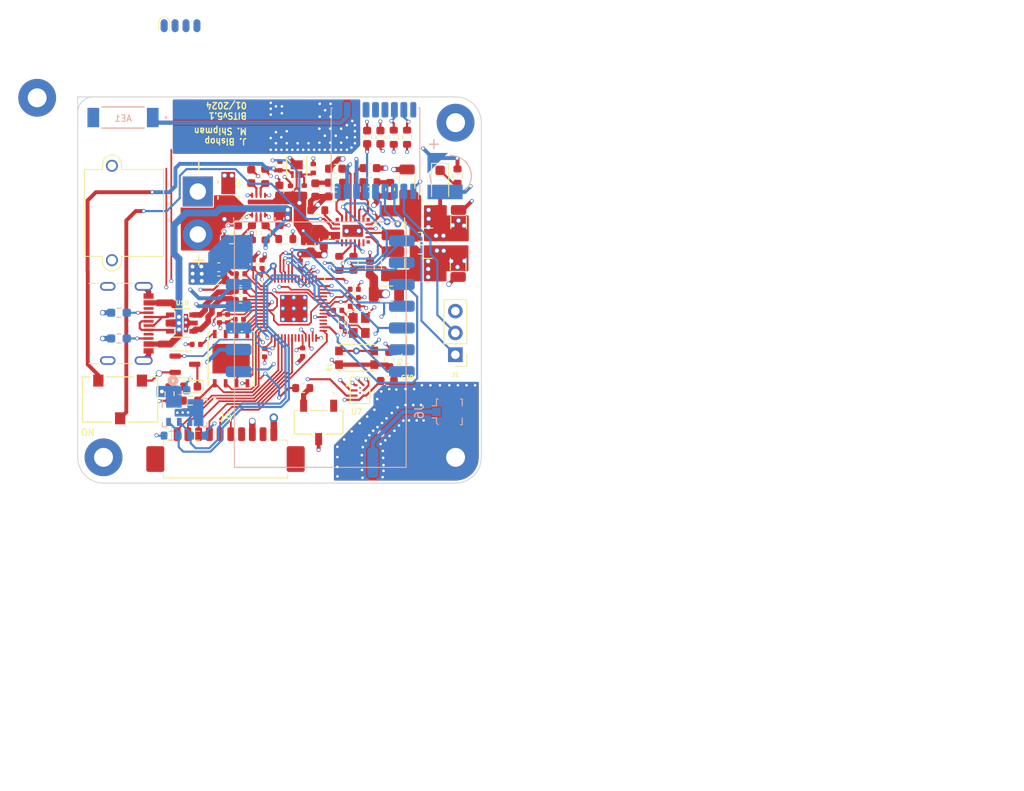
<source format=kicad_pcb>
(kicad_pcb (version 20221018) (generator pcbnew)
  (layers (0 "F.Cu" signal) (1 "In1.Cu" signal) (2 "In2.Cu" signal) (31 "B.Cu" signal) (34 "B.Paste" user) (35 "F.Paste" user) (36 "B.SilkS" user "B.Silkscreen") (37 "F.SilkS" user "F.Silkscreen") (38 "B.Mask" user) (39 "F.Mask" user) (44 "Edge.Cuts" user))
  (net 0 "")
  (net 1 "/QSPI_SS")
  (net 2 "/QSPI_SD1")
  (net 3 "/QSPI_SD2")
  (net 4 "GND")
  (net 5 "/QSPI_SD0")
  (net 6 "/QSPI_SCLK")
  (net 7 "/QSPI_SD3")
  (net 8 "+3V3")
  (net 9 "+BATT")
  (net 10 "Net-(U1-RUN)")
  (net 11 "Net-(J1-Pin_1)")
  (net 13 "Net-(J1-Pin_2)")
  (net 18 "VCC")
  (net 19 "+5V")
  (net 20 "Net-(D1-A)")
  (net 21 "Net-(AE1-A)")
  (net 22 "Net-(BT2-+)")
  (net 23 "Net-(U1-XIN)")
  (net 24 "Net-(C14-Pad1)")
  (net 25 "Net-(U5-FB1)")
  (net 26 "Net-(U5-VC1)")
  (net 27 "Net-(C18-Pad1)")
  (net 28 "Net-(U5-SS1)")
  (net 29 "Net-(U5-BIAS)")
  (net 30 "Net-(C21-Pad1)")
  (net 31 "Net-(U5-VC2)")
  (net 32 "Net-(U5-SS2)")
  (net 33 "Net-(U5-VCC)")
  (net 34 "VBUS")
  (net 35 "/USB_D+")
  (net 36 "/USB_D-")
  (net 37 "Net-(D1-K)")
  (net 38 "/IRIDIUM_RXD")
  (net 39 "/IRIDIUM_CTS")
  (net 40 "/IRIDIUM_RTS")
  (net 41 "/IRIDIUM_NETAV")
  (net 42 "/IRIDIUM_RING")
  (net 43 "/IRIDIUM_TXD")
  (net 44 "Net-(U6-SS)")
  (net 45 "Net-(J2-CC1)")
  (net 46 "Net-(J2-D+-PadA6)")
  (net 47 "/LED")
  (net 48 "Net-(J6-In)")
  (net 49 "/TIMEPULSE")
  (net 50 "Net-(D2-K)")
  (net 56 "Net-(U5-SW1)")
  (net 57 "+1V1")
  (net 58 "Net-(J2-D--PadA7)")
  (net 62 "/EXTINT")
  (net 63 "/RDIO_RST")
  (net 64 "Net-(U5-SW2)")
  (net 65 "Net-(U1-XOUT)")
  (net 66 "/MISO")
  (net 67 "Net-(U1-USB_DM)")
  (net 68 "Net-(U1-USB_DP)")
  (net 69 "Net-(U6-OV1)")
  (net 70 "Net-(U8-IN+)")
  (net 71 "Net-(U6-ILM)")
  (net 72 "Net-(SW3-C)")
  (net 73 "Net-(U6-OV2)")
  (net 74 "Net-(U5-PG1)")
  (net 75 "Net-(U5-PG2)")
  (net 76 "Net-(U5-RT)")
  (net 79 "/DRF_SW")
  (net 80 "/DRF_TXEN")
  (net 81 "/LVC_CUTOFF")
  (net 82 "/DRF_DIO1")
  (net 83 "/RP_SWCLK")
  (net 84 "/RP_SWD")
  (net 85 "/DRF_BUSY")
  (net 87 "/SCK")
  (net 88 "/DRF_CS")
  (net 89 "/MOSI")
  (net 90 "/FRAM_CS")
  (net 97 "Net-(SW2-B)")
  (net 100 "Net-(J2-CC2)")
  (net 101 "/SCL")
  (net 106 "/SDA")
  (footprint "Resistor_SMD:R_0402_1005Metric" (layer "F.Cu") (at 128.775 50.245 -90)
    (fp_text reference "R20" hide)
    (fp_text value "510K")
  )
  (footprint "Capacitor_SMD:C_0603_1608Metric" (layer "F.Cu") (at 128.705 56.385 -90)
    (fp_text reference "C35" hide)
    (fp_text value "10uF")
  )
  (footprint "Resistor_SMD:R_0402_1005Metric" (layer "F.Cu") (at 131.595 53.045 90)
    (fp_text reference "R18" hide)
    (fp_text value "1.5M")
  )
  (footprint "Capacitor_SMD:C_0402_1005Metric" (layer "F.Cu") (at 124.19 63.8256 180)
    (fp_text reference "C1" hide)
    (fp_text value "1uF")
  )
  (footprint "Capacitor_SMD:C_0603_1608Metric" (layer "F.Cu") (at 139.253 62.106899 -90)
    (fp_text reference "C25" hide)
    (fp_text value "1uF")
  )
  (footprint "BITSv5:CL-SB-12B-01_NDC" (layer "F.Cu") (at 110.1601 77.453102 180)
    (fp_text reference "SW3" hide)
    (fp_text value "SLIDE")
  )
  (footprint "Inductor_SMD:L_1210_3225Metric" (layer "F.Cu") (at 141.943 61.636899 90)
    (fp_text reference "L1" hide)
    (fp_text value "2.2uH")
  )
  (footprint "BITSv5:RP2040-QFN-56" (layer "F.Cu") (at 130.38 66.8481 90)
    (fp_text reference "U1" hide)
    (fp_text value "MCU_RaspberryPi_RP2040_RP2040")
  )
  (footprint "BITSv5:SOT23-6L_STM" (layer "F.Cu") (at 117.3451 68.548102 180)
    (fp_text reference "U10")
    (fp_text value "USBLC6-2SC6")
  )
  (footprint "Resistor_SMD:R_0603_1608Metric" (layer "F.Cu") (at 143.575 46.9 90)
    (fp_text reference "R24" hide)
    (fp_text value "10K")
  )
  (footprint "Resistor_SMD:R_0402_1005Metric" (layer "F.Cu") (at 132.655 50.535 90)
    (fp_text reference "R19" hide)
    (fp_text value "100K")
  )
  (footprint "Capacitor_SMD:C_0402_1005Metric" (layer "F.Cu") (at 129.995 53.035 90)
    (fp_text reference "C37" hide)
    (fp_text value "1uF")
  )
  (footprint "Capacitor_SMD:C_0402_1005Metric" (layer "F.Cu") (at 135.5 67.0656 180)
    (fp_text reference "R5" hide)
    (fp_text value "1K")
  )
  (footprint "MountingHole:MountingHole_2.2mm_M2_Pad" (layer "F.Cu") (at 108.225 84.2)
    (fp_text reference "H2" hide)
    (fp_text value "M2")
  )
  (footprint "Capacitor_SMD:C_0603_1608Metric" (layer "F.Cu") (at 128.705 53.285 90)
    (fp_text reference "C36" hide)
    (fp_text value "1uF")
  )
  (footprint "Resistor_SMD:R_0603_1608Metric" (layer "F.Cu") (at 127.055 51.46 90)
    (fp_text reference "R17" hide)
    (fp_text value "44.2K")
  )
  (footprint "Capacitor_SMD:C_0603_1608Metric" (layer "F.Cu") (at 132.893 53.036899 -90)
    (fp_text reference "C21" hide)
    (fp_text value "470pF")
  )
  (footprint "Resistor_SMD:R_0603_1608Metric" (layer "F.Cu") (at 135.683 61.601899 90)
    (fp_text reference "R33" hide)
    (fp_text value "100K")
  )
  (footprint "Connector_USB:USB_C_Receptacle_GCT_USB4105-xx-A_16P_TopMnt_Horizontal" (layer "F.Cu") (at 109.7951 68.598102 -90)
    (fp_text reference "J2" hide)
    (fp_text value "USB_C_Receptacle_USB2.0")
  )
  (footprint "Resistor_SMD:R_0603_1608Metric" (layer "F.Cu") (at 133.173 55.406899 180)
    (fp_text reference "R34" hide)
    (fp_text value "15K")
  )
  (footprint "Inductor_SMD:L_1210_3225Metric" (layer "F.Cu") (at 141.933 56.876899 -90)
    (fp_text reference "L2" hide)
    (fp_text value "2.2uH")
  )
  (footprint "Capacitor_SMD:C_0402_1005Metric" (layer "F.Cu") (at 131.13 61.7556 90)
    (fp_text reference "C9" hide)
    (fp_text value "100nF")
  )
  (footprint "Capacitor_SMD:C_1206_3216Metric" (layer "F.Cu") (at 143.573 52.131899 90)
    (fp_text reference "C20" hide)
    (fp_text value "47uF")
  )
  (footprint "Package_TO_SOT_SMD:SOT-23-3" (layer "F.Cu") (at 117.7075 73.35)
    (fp_text reference "Q1" hide)
    (fp_text value "Q_NMOS_GSD")
  )
  (footprint "Capacitor_SMD:C_1206_3216Metric" (layer "F.Cu") (at 149.575 56.85 90)
    (fp_text reference "C28" hide)
    (fp_text value "15uF")
  )
  (footprint "Capacitor_SMD:C_0603_1608Metric" (layer "F.Cu") (at 140.475 46.9 90)
    (fp_text reference "C39" hide)
    (fp_text value "1uF")
  )
  (footprint "BITSv5:TPS2121" (layer "F.Cu") (at 126.28 54.81)
    (fp_text reference "U6" hide)
    (fp_text value "TPS2121RUXR")
  )
  (footprint "Capacitor_SMD:C_0402_1005Metric" (layer "F.Cu") (at 135.97 68.5056 -90)
    (fp_text reference "C13" hide)
    (fp_text value "10pF")
  )
  (footprint "BITSv5:SOIC_clipProgSmall" (layer "F.Cu") (at 117.195 33.15 180)
    (fp_text reference "J3" hide)
    (fp_text value "SOICbite")
  )
  (footprint "Capacitor_SMD:C_0603_1608Metric" (layer "F.Cu") (at 125.43 51.46 90)
    (fp_text reference "C33" hide)
    (fp_text value "10nF")
  )
  (footprint "Capacitor_SMD:C_0603_1608Metric" (layer "F.Cu") (at 135.228 53.796899 180)
    (fp_text reference "C23" hide)
    (fp_text value "4.7pF")
  )
  (footprint "Resistor_SMD:R_0603_1608Metric" (layer "F.Cu") (at 149.45 51.425 90)
    (fp_text reference "R14" hide)
    (fp_text value "3.3K")
  )
  (footprint "Capacitor_SMD:C_0402_1005Metric" (layer "F.Cu") (at 131.42 71.9456 -90)
    (fp_text reference "C10" hide)
    (fp_text value "100nF")
  )
  (footprint "Resistor_SMD:R_0603_1608Metric" (layer "F.Cu") (at 125.505 58.035 90)
    (fp_text reference "R22" hide)
    (fp_text value "23.7K")
  )
  (footprint "Capacitor_SMD:C_0603_1608Metric" (layer "F.Cu") (at 121.65 63.575)
    (fp_text reference "C26" hide)
    (fp_text value "10uF")
  )
  (footprint "Resistor_SMD:R_0603_1608Metric" (layer "F.Cu") (at 145.125 58.5 180)
    (fp_text reference "R10" hide)
    (fp_text value "100m")
  )
  (footprint "Button_Switch_SMD:SW_Push_1P1T_NO_CK_KMR2" (layer "F.Cu") (at 137.7 72.6)
    (fp_text reference "B1")
    (fp_text value "KMR2")
  )
  (footprint "Capacitor_SMD:C_0402_1005Metric" (layer "F.Cu") (at 122.675 68.025 -90)
    (fp_text reference "C6" hide)
    (fp_text value "100nF")
  )
  (footprint "BITSv5:CAS-120TB_NDC-M" (layer "F.Cu") (at 133.275 80.125 180)
    (fp_text reference "SW2" hide)
    (fp_text value "~")
  )
  (footprint "Resistor_SMD:R_0603_1608Metric" (layer "F.Cu") (at 123.13 58.785 180)
    (fp_text reference "R23" hide)
    (fp_text value "5K")
  )
  (footprint "Capacitor_SMD:C_1206_3216Metric" (layer "F.Cu") (at 149.525 61.7 -90)
    (fp_text reference "C38" hide)
    (fp_text value "15uF")
  )
  (footprint "Resistor_SMD:R_0603_1608Metric" (layer "F.Cu") (at 127.105 58.035 90)
    (fp_text reference "R15" hide)
    (fp_text value "23.7K")
  )
  (footprint "Capacitor_SMD:C_0402_1005Metric" (layer "F.Cu") (at 137.43 64.6156)
    (fp_text reference "C3" hide)
    (fp_text value "100nF")
  )
  (footprint "Capacitor_SMD:C_0402_1005Metric" (layer "F.Cu") (at 121.725 68.0156 -90)
    (fp_text reference "C12" hide)
    (fp_text value "100nF")
  )
  (footprint "Crystal:Crystal_SMD_2520-4Pin_2.5x2.0mm" (layer "F.Cu") (at 138.02 68.8306 -90)
    (fp_text reference "Y1" hide)
    (fp_text value "12MHz")
  )
  (footprint "Resistor_SMD:R_0603_1608Metric" (layer "F.Cu") (at 135.228 52.196899)
    (fp_text reference "R32" hide)
    (fp_text value "34.8K")
  )
  (footprint "Resistor_SMD:R_0603_1608Metric" (layer "F.Cu") (at 141.5 72.8 -90)
    (fp_text reference "R11")
    (fp_text value "10k")
  )
  (footprint "Capacitor_SMD:C_0603_1608Metric" (layer "F.Cu") (at 132.34 59.415 -90)
    (fp_text reference "C15" hide)
    (fp_text value "4.7uF")
  )
  (footprint "Capacitor_SMD:C_0603_1608Metric" (layer "F.Cu") (at 139.233 53.746899)
    (fp_text reference "C17" hide)
    (fp_text value "4.7pF")
  )
  (footprint "Capacitor_SMD:C_0603_1608Metric" (layer "F.Cu") (at 139.263 50.496899)
    (fp_text reference "C19" hide)
    (fp_text value "10nF")
  )
  (footprint "BITSv5:TVS1800" (layer "F.Cu") (at 122.75 53.03 -90)
    (fp_text reference "U9" hide)
    (fp_text value "TVS1800DRVR")
  )
  (footprint "Capacitor_SMD:C_0402_1005Metric" (layer "F.Cu") (at 137.43 65.5956)
    (fp_text reference "C11" hide)
    (fp_text value "100nF")
  )
  (footprint "Connector_PinHeader_2.54mm:PinHeader_1x03_P2.54mm_Vertical" (layer "F.Cu") (at 149.2 72.24 180)
    (fp_text reference "J1")
    (fp_text value "Conn_01x03_Pin")
  )
  (footprint "Connector_AMASS:AMASS_XT30PW-M_1x02_P2.50mm_Horizontal" (layer "F.Cu") (at 119.2051 53.223102 90)
    (fp_text reference "BT1" hide)
    (fp_text value "1S1P LiPo")
  )
  (footprint "Inductor_SMD:L_1210_3225Metric" (layer "F.Cu") (at 145.925 62.375 180)
    (fp_text reference "L4" hide)
    (fp_text value "3.3uH")
  )
  (footprint "Resistor_SMD:R_0603_1608Metric" (layer "F.Cu") (at 137.333 61.586899 90)
    (fp_text reference "R29" hide)
    (fp_text value "100K")
  )
  (footprint "BITSv5:DFN-3_DC_LIT" (layer "F.Cu") (at 130.725 50.29 90)
    (fp_text reference "U8" hide)
    (fp_text value "LT6703CDC-3")
  )
  (footprint "Capacitor_SMD:C_1206_3216Metric" (layer "F.Cu") (at 141.173 65.151899 180)
    (fp_text reference "C16" hide)
    (fp_text value "47uF")
  )
  (footprint "Capacitor_SMD:C_0402_1005Metric" (layer "F.Cu") (at 124.19 62.8156 180)
    (fp_text reference "C2" hide)
    (fp_text value "1uF")
  )
  (footprint "Resistor_SMD:R_0402_1005Metric" (layer "F.Cu") (at 124.19 65.8356)
    (fp_text reference "R2" hide)
    (fp_text value "27")
  )
  (footprint "Resistor_SMD:R_0603_1608Metric" (layer "F.Cu") (at 129.455 58.76)
    (fp_text reference "R16" hide)
    (fp_text value "5K")
  )
  (footprint "Capacitor_SMD:C_0402_1005Metric" (layer "F.Cu") (at 137.43 66.5956)
    (fp_text reference "C14" hide)
    (fp_text value "10pF")
  )
  (footprint "BITSv5:LT8653SIV-PBF" (layer "F.Cu") (at 137.2484 57.7969 90)
    (fp_text reference "U5" hide)
    (fp_text value "LT8653SIV-PBF")
  )
  (footprint "Capacitor_SMD:C_0603_1608Metric" (layer "F.Cu") (at 141.275 75.3)
    (fp_text reference "C30")
    (fp_text value "100nF")
  )
  (footprint "Resistor_SMD:R_0603_1608Metric" (layer "F.Cu") (at 131.425 76.125 180)
    (fp_text reference "R4" hide)
    (fp_text value "1K")
  )
  (footprint "Capacitor_SMD:C_0402_1005Metric" (layer "F.Cu") (at 126.98 71.9956 -90)
    (fp_text reference "C5" hide)
    (fp_text value "100nF")
  )
  (footprint "Resistor_SMD:R_0603_1608Metric" (layer "F.Cu") (at 142.025 46.9 90)
    (fp_text reference "R21" hide)
    (fp_text value "10K")
  )
  (footprint "Resistor_SMD:R_0603_1608Metric" (layer "F.Cu") (at 115.9175 76.79 90)
    (fp_text reference "R12" hide)
    (fp_text value "470")
  )
  (footprint "Resistor_SMD:R_0603_1608Metric" (layer "F.Cu") (at 139.243 52.136899 180)
    (fp_text reference "R27" hide)
    (fp_text value "22.1K")
  )
  (footprint "Capacitor_SMD:C_0402_1005Metric" (layer "F.Cu") (at 124.05 68.1256 180)
    (fp_text reference "C4" hide)
    (fp_text value "100nF")
  )
  (footprint "Resistor_SMD:R_0402_1005Metric" (layer "F.Cu") (at 124.19 64.8356)
    (fp_text reference "R1" hide)
    (fp_text value "27")
  )
  (footprint "Capacitor_SMD:C_0402_1005Metric" (layer "F.Cu") (at 126.69 61.6956 90)
    (fp_text reference "C32" hide)
    (fp_text value "100nF")
  )
  (footprint "Connector_Molex:Molex_PicoBlade_53261-1071_1x10-1MP_P1.25mm_Horizontal" (layer "F.Cu") (at 122.43 83.9)
    (fp_text reference "J4")
    (fp_text value "Conn_01x10_Pin")
  )
  (footprint "LED_SMD:LED_0603_1608Metric" (layer "F.Cu") (at 118.3675 75.95 180)
    (fp_text reference "D1" hide)
    (fp_text value "LED")
  )
  (footprint "Capacitor_SMD:C_0603_1608Metric" (layer "F.Cu") (at 123.88 56.41 -90)
    (fp_text reference "C34" hide)
    (fp_text value "10uF")
  )
  (footprint "Resistor_SMD:R_0603_1608Metric" (layer "F.Cu") (at 145.125 59.975 180)
    (fp_text reference "R13" hide)
    (fp_text value "100m")
  )
  (footprint "Capacitor_SMD:C_0603_1608Metric" (layer "F.Cu") (at 138.925 46.9 90)
    (fp_text reference "C40" hide)
    (fp_text value "1uF")
  )
  (footprint "Capacitor_SMD:C_0603_1608Metric" (layer "F.Cu") (at 121.65 62.05)
    (fp_text reference "C27" hide)
    (fp_text value "1uF")
  )
  (footprint "Capacitor_SMD:C_0603_1608Metric" (layer "F.Cu") (at 135.243 50.566899 180)
    (fp_text reference "C24" hide)
    (fp_text value "10nF")
  )
  (footprint "Capacitor_SMD:C_0402_1005Metric" (layer "F.Cu") (at 119.035 71.035 180)
    (fp_text reference "C7" hide)
    (fp_text value "100nF")
  )
  (footprint "MountingHole:MountingHole_2.2mm_M2_Pad" (layer "F.Cu") (at 149.225 84.2)
    (fp_text reference "H3" hide)
    (fp_text value "M2")
  )
  (footprint "MountingHole:MountingHole_2.2mm_M2_Pad" (layer "F.Cu") (at 100.5 42.3)
    (fp_text reference "H1" hide)
    (fp_text value "M2")
  )
  (footprint "Inductor_SMD:L_1210_3225Metric" (layer "F.Cu") (at 145.975 56.125 180)
    (fp_text reference "L3" hide)
    (fp_text value "3.3uH")
  )
  (footprint "Diode_SMD:D_SOD-123F" (layer "F.Cu") (at 147.425 52.15 -90)
    (fp_text reference "D2" hide)
    (fp_text value "0.5A/40V/240mV")
  )
  (footprint "Capacitor_SMD:C_0603_1608Metric" (layer "F.Cu") (at 141.603 52.976899 -90)
    (fp_text reference "C18" hide)
    (fp_text value "470pF")
  )
  (footprint "MountingHole:MountingHole_2.2mm_M2_Pad" (layer "F.Cu") (at 149.225 45.2)
    (fp_text reference "H4" hide)
    (fp_text value "M2")
  )
  (footprint "Capacitor_SMD:C_0402_1005Metric" (layer "F.Cu") (at 125.66 61.6956 90)
    (fp_text reference "C8" hide)
    (fp_text value "100nF")
  )
  (footprint "BPP_Lib:BGA8CP30X40_5X3_309X228X35B25N" (layer "F.Cu") (at 138.1 76.4)
    (fp_text reference "U7")
    (fp_text value "MB85RS1MT")
  )
  (footprint "Capacitor_SMD:C_0603_1608Metric" (layer "F.Cu") (at 133.87 58.855 -90)
    (fp_text reference "C22" hide)
    (fp_text value "100nF")
  )
  (footprint "Resistor_SMD:R_0603_1608Metric" (layer "F.Cu") (at 118.3575 77.59 180)
    (fp_text reference "R3" hide)
    (fp_text value "DNF")
  )
  (footprint "BITSv5:WSON_128JVPIQ_WIN" (layer "F.Cu") (at 123.085 72.7008 90)
    (fp_text reference "U2" hide)
    (fp_text value "W25Q128JVS")
  )
  (footprint "Resistor_SMD:R_0603_1608Metric" (layer "B.Cu") (at 119.2 81.675 180)
    (fp_text reference "R9" hide)
    (fp_text value "DNF")
  )
  (footprint "BITSv5:SEIKO_ML414H_IV01E" (layer "B.Cu") (at 148.65 51.425 180)
    (fp_text reference "BT2" hide)
    (fp_text value "3V")
  )
  (footprint "Package_LGA:LGA-8_3x5mm_P1.25mm" (layer "B.Cu") (at 117.675 79 -90)
    (fp_text reference "U11" hide)
    (fp_text value "MS5607-02BA")
  )
  (footprint "Capacitor_SMD:C_0603_1608Metric" (layer "B.Cu") (at 117.125 76.375)
    (fp_text reference "C29" hide)
    (fp_text value "100nF")
  )
  (footprint "BITSv5:DRF1262TL" (layer "B.Cu") (at 133.465 71.065)
    (fp_text reference "U4" hide)
    (fp_text value "DRF1262TL")
  )
  (footprint "Resistor_SMD:R_0603_1608Metric" (layer "B.Cu") (at 116.1 81.675)
    (fp_text reference "R6" hide)
    (fp_text value "DNF")
  )
  (footprint "Connector_Coaxial:U.FL_Molex_MCRF_73412-0110_Vertical" (layer "B.Cu") (at 148.5 78.9 90)
    (fp_text reference "J6")
    (fp_text value "U.FL")
  )
  (footprint "BPP_Lib:ANT_1575AT_JOT-M" (layer "B.Cu") (at 110.4974 44.6 180)
    (fp_text reference "AE1")
    (fp_text value "Antenna")
  )
  (footprint "Resistor_SMD:R_0603_1608Metric_Pad0.98x0.95mm_HandSolder" (layer "B.Cu") (at 110.0201 70.348102 180)
    (fp_text reference "R8" hide)
    (fp_text value "5.1K")
  )
  (footprint "Resistor_SMD:R_0603_1608Metric_Pad0.98x0.95mm_HandSolder" (layer "B.Cu") (at 110.0201 67.348102)
    (fp_text reference "R7" hide)
    (fp_text value "5.1K")
  )
  (footprint "RF_GPS:ublox_MAX" (layer "B.Cu") (at 139.9 48.45 90)
    (fp_text reference "U3" hide)
    (fp_text value "MAX-M10S")
  )
  (gr_line (start 108.225 42.2) (end 149.225 42.2) (stroke (width 0.1)) (layer "Edge.Cuts"))
  (gr_line (start 105.225 84.2) (end 105.225 45.2) (stroke (width 0.1)) (layer "Edge.Cuts"))
  (gr_arc (start 152.225 84.2) (mid 151.34632 86.32132) (end 149.225 87.2) (stroke (width 0.1)) (layer "Edge.Cuts"))
  (gr_line (start 152.225 84.2) (end 152.225 45.2) (stroke (width 0.1)) (layer "Edge.Cuts"))
  (gr_arc (start 105.225 44.002775) (mid 105.753021 42.728021) (end 107.027775 42.2) (stroke (width 0.1)) (layer "Edge.Cuts"))
  (gr_line (start 149.225 87.2) (end 108.225 87.2) (stroke (width 0.1)) (layer "Edge.Cuts"))
  (gr_arc (start 108.225 87.2) (mid 106.10368 86.32132) (end 105.225 84.2) (stroke (width 0.1)) (layer "Edge.Cuts"))
  (gr_arc (start 149.225 42.2) (mid 151.34632 43.07868) (end 152.225 45.2) (stroke (width 0.1)) (layer "Edge.Cuts"))
  (gr_line (start 105.225 45.2) (end 105.225 42.2) (stroke (width 0.1)) (layer "Edge.Cuts"))
  (gr_line (start 105.225 42.2) (end 108.3 42.2) (stroke (width 0.1)) (layer "Edge.Cuts"))
  (gr_text "BITSv5.1\n01/2024" (at 125 42.75 180) (layer "F.SilkS") (effects (font (size 0.75 0.7) (thickness 0.15) bold) (justify left bottom)))
  (gr_text "ON" (at 106.4 81.3) (layer "F.SilkS") (effects (font (size 0.75 0.75) (thickness 0.15) bold)))
  (gr_text "J. Bishop\nM. Shipman" (at 125 45.75 180) (layer "F.SilkS") (effects (font (size 0.75 0.7) (thickness 0.15) bold) (justify left bottom)))
  (segment (start 126.575711 69.4481) (end 126.302672 69.721139) (width 0.2) (layer "F.Cu") (net 1))
  (segment (start 119.1825 77.59) (end 119.1825 77.5685) (width 0.25) (layer "F.Cu") (net 1))
  (segment (start 125.560448 76.6076) (end 122.2166 76.6076) (width 0.2) (layer "F.Cu") (net 1))
  (segment (start 126.9425 69.4481) (end 126.575711 69.4481) (width 0.2) (layer "F.Cu") (net 1))
  (segment (start 122.2166 76.6076) (end 121.18 75.571) (width 0.2) (layer "F.Cu") (net 1))
  (segment (start 126.49 75.01) (end 127.07 74.43) (width 0.2) (layer "F.Cu") (net 1))
  (segment (start 128.67 77.24) (end 129.785 76.125) (width 0.25) (layer "F.Cu") (net 1))
  (segment (start 126.302672 69.721139) (end 126.302672 75.01) (width 0.2) (layer "F.Cu") (net 1))
  (segment (start 119.1825 77.5685) (end 121.18 75.571) (width 0.25) (layer "F.Cu") (net 1))
  (segment (start 126.302672 75.865376) (end 125.560448 76.6076) (width 0.2) (layer "F.Cu") (net 1))
  (segment (start 126.302672 75.01) (end 126.302672 75.865376) (width 0.2) (layer "F.Cu") (net 1))
  (segment (start 129.785 76.125) (end 130.6 76.125) (width 0.25) (layer "F.Cu") (net 1))
  (segment (start 126.302672 75.01) (end 126.49 75.01) (width 0.2) (layer "F.Cu") (net 1))
  (via (at 128.67 77.24) (size 0.45) (drill 0.3) (layers "F.Cu" "B.Cu") (net 1))
  (via (at 127.07 74.43) (size 0.45) (drill 0.3) (layers "F.Cu" "B.Cu") (net 1))
  (segment (start 128.67 76.03) (end 127.07 74.43) (width 0.25) (layer "B.Cu") (net 1))
  (segment (start 128.67 77.24) (end 128.67 76.03) (width 0.25) (layer "B.Cu") (net 1))
  (segment (start 126.9425 69.0481) (end 126.513263 69.0481) (width 0.2) (layer "F.Cu") (net 2))
  (segment (start 126.513263 69.0481) (end 125.975672 69.585691) (width 0.2) (layer "F.Cu") (net 2))
  (segment (start 123.1596 76.2806) (end 122.45 75.571) (width 0.2) (layer "F.Cu") (net 2))
  (segment (start 125.425 76.2806) (end 123.1596 76.2806) (width 0.2) (layer "F.Cu") (net 2))
  (segment (start 125.975672 75.729928) (end 125.425 76.2806) (width 0.2) (layer "F.Cu") (net 2))
  (segment (start 125.975672 69.585691) (end 125.975672 75.729928) (width 0.2) (layer "F.Cu") (net 2))
  (segment (start 126.9425 68.6481) (end 126.234844 68.6481) (width 0.2) (layer "F.Cu") (net 3))
  (segment (start 125.648672 69.234272) (end 125.648672 74.490028) (width 0.2) (layer "F.Cu") (net 3))
  (segment (start 123.9644 74.7756) (end 123.72 75.02) (width 0.2) (layer "F.Cu") (net 3))
  (segment (start 125.3631 74.7756) (end 123.9644 74.7756) (width 0.2) (layer "F.Cu") (net 3))
  (segment (start 123.72 75.02) (end 123.72 75.571) (width 0.2) (layer "F.Cu") (net 3))
  (segment (start 126.234844 68.6481) (end 125.648672 69.234272) (width 0.2) (layer "F.Cu") (net 3))
  (segment (start 125.648672 74.490028) (end 125.3631 74.7756) (width 0.2) (layer "F.Cu") (net 3))
  (segment (start 133.93 60.62) (end 133.93 59.69) (width 0.75) (layer "F.Cu") (net 4))
  (segment (start 122.425 63.575) (end 122.129576 63.575) (width 0.25) (layer "F.Cu") (net 4))
  (segment (start 117.795 71.035) (end 117.78 71.02) (width 0.25) (layer "F.Cu") (net 4))
  (segment (start 139.698 63.326899) (end 139.303 62.931899) (width 1) (layer "F.Cu") (net 4))
  (segment (start 132.655 49.365) (end 132.66 49.36) (width 0.25) (layer "F.Cu") (net 4))
  (segment (start 132.563101 55.406899) (end 133.195 54.775) (width 0.6) (layer "F.Cu") (net 4))
  (segment (start 133.195 54.775) (end 134.173101 53.796899) (width 0.6) (layer "F.Cu") (net 4))
  (segment (start 113.4751 64.853102) (end 112.9001 64.278102) (width 0.6) (layer "F.Cu") (net 4))
  (segment (start 140.475 45.055) (end 140.47 45.05) (width 0.25) (layer "F.Cu") (net 4))
  (segment (start 116.57 74.3) (end 114.82 74.3) (width 0.25) (layer "F.Cu") (net 4))
  (segment (start 141.088101 65.151899) (end 139.698 65.151899) (width 1) (layer "F.Cu") (net 4))
  (segment (start 132.908 53.796899) (end 132.893 53.811899) (width 0.6) (layer "F.Cu") (net 4))
  (segment (start 121.725 69.045) (end 121.83 69.15) (width 0.2) (layer "F.Cu") (net 4))
  (segment (start 143.573 50.656899) (end 142.048 50.656899) (width 0.6) (layer "F.Cu") (net 4))
  (segment (start 125.66 61) (end 126.28 60.38) (width 0.45) (layer "F.Cu") (net 4))
  (segment (start 139.698 65.151899) (end 139.698 63.326899) (width 1) (layer "F.Cu") (net 4))
  (segment (start 138.925 46.125) (end 138.925 45.105) (width 0.25) (layer "F.Cu") (net 4))
  (segment (start 127.055 50.635) (end 127.055 50.76) (width 0.25) (layer "F.Cu") (net 4))
  (segment (start 133.93 59.69) (end 133.87 59.63) (width 0.75) (layer "F.Cu") (net 4))
  (segment (start 128.705 51.835) (end 128.405 51.535) (width 0.25) (layer "F.Cu") (net 4))
  (segment (start 140.008 53.746899) (end 140.008 54.526899) (width 0.6) (layer "F.Cu") (net 4))
  (segment (start 136.085 49.425) (end 135.609899 49.425) (width 0.6) (layer "F.Cu") (net 4))
  (segment (start 127 60.53) (end 127 60.9056) (width 0.45) (layer "F.Cu") (net 4))
  (segment (start 128.705 52.51) (end 128.705 51.835) (width 0.25) (layer "F.Cu") (net 4))
  (segment (start 113.4751 72.343102) (end 112.9001 72.918102) (width 0.6) (layer "F.Cu") (net 4))
  (segment (start 125.43 50.685) (end 125.48 50.685) (width 0.25) (layer "F.Cu") (net 4))
  (segment (start 138.72 67.9556) (end 138.72 67.77) (width 0.2) (layer "F.Cu") (net 4))
  (segment (start 123.71 62.8156) (end 123.1906 62.8156) (width 0.45) (layer "F.Cu") (net 4))
  (segment (start 137.91 66.5956) (end 138.6056 66.5956) (width 0.2) (layer "F.Cu") (net 4))
  (segment (start 137.7 75.8) (end 137.5 75.8) (width 0.25) (layer "F.Cu") (net 4))
  (segment (start 131.13 60.54) (end 131.12 60.53) (width 0.2) (layer "F.Cu") (net 4))
  (segment (start 133.8175 67.8481) (end 132.8619 67.8481) (width 0.2) (layer "F.Cu") (net 4))
  (segment (start 121.044576 64.66) (end 119.52 64.66) (width 0.25) (layer "F.Cu") (net 4))
  (segment (start 127 60.9056) (end 126.69 61.2156) (width 0.45) (layer "F.Cu") (net 4))
  (segment (start 131.42 72.4256) (end 131.42 72.6) (width 0.45) (layer "F.Cu") (net 4))
  (segment (start 140.008 53.746899) (end 141.598 53.746899) (width 0.6) (layer "F.Cu") (net 4))
  (segment (start 122.425 62.05) (end 122.425 63.575) (width 0.45) (layer "F.Cu") (net 4))
  (segment (start 128.05 79.58) (end 128.055 79.585) (width 0.75) (layer "F.Cu") (net 4))
  (segment (start 113.864999 75.255001) (end 114.695 74.425) (width 0.25) (layer "F.Cu") (net 4))
  (segment (start 141.073 50.496899) (end 140.038 50.496899) (width 0.6) (layer "F.Cu") (net 4))
  (segment (start 126.98 72.4756) (end 126.98 73.2156) (width 0.2) (layer "F.Cu") (net 4))
  (segment (start 121.7344 68.505) (end 121.725 68.4956) (width 0.2) (layer "F.Cu") (net 4))
  (segment (start 132.7675 60.4825) (end 132.46 60.175) (width 0.75) (layer "F.Cu") (net 4))
  (segment (start 127.055 50.76) (end 127.705 51.41) (width 0.25) (layer "F.Cu") (net 4))
  (segment (start 123.71 63.8256) (end 123.71 62.8156) (width 0.45) (layer "F.Cu") (net 4))
  (segment (start 125.66 61.2156) (end 125.66 61) (width 0.45) (layer "F.Cu") (net 4))
  (segment (start 136.2 69.9) (end 136.2 69.2156) (width 0.2) (layer "F.Cu") (net 4))
  (segment (start 125.005002 53.660002) (end 125.005 53.66) (width 0.25) (layer "F.Cu") (net 4))
  (segment (start 129.911937 49.298063) (end 130.725 50.111126) (width 0.45) (layer "F.Cu") (net 4))
  (segment (start 132.34 60.19) (end 132.445 60.19) (width 0.25) (layer "F.Cu") (net 4))
  (segment (start 113.4751 65.398102) (end 113.4751 64.853102) (width 0.6) (layer "F.Cu") (net 4))
  (segment (start 132.445 60.19) (end 132.46 60.175) (width 0.25) (layer "F.Cu") (net 4))
  (segment (start 139.303 62.931899) (end 139.253 62.931899) (width 1) (layer "F.Cu") (net 4))
  (segment (start 123.1906 62.8156) (end 122.425 62.05) (width 0.45) (layer "F.Cu") (net 4))
  (segment (start 137.5 75.8) (end 137.2 75.5) (width 0.25) (layer "F.Cu") (net 4))
  (segment (start 129.995 52.555) (end 129.995 52.205) (width 0.25) (layer "F.Cu") (net 4))
  (segment (start 132.7675 60.4825) (end 132.72 60.53) (width 0.75) (layer "F.Cu") (net 4))
  (segment (start 123.57 68.1256) (end 123.0544 68.1256) (width 0.2) (layer "F.Cu") (net 4))
  (segment (start 137.68 71.8) (end 139.75 71.8) (width 0.25) (layer "F.Cu") (net 4))
  (segment (start 133.275 83.335) (end 133.27 83.34) (width 0.45) (layer "F.Cu") (net 4))
  (segment (start 136.3944 69.7056) (end 137.32 69.7056) (width 0.25) (layer "F.Cu") (net 4))
  (segment (start 135.609899 49.425) (end 134.468 50.566899) (width 0.6) (layer "F.Cu") (net 4))
  (segment (start 123.0544 68.1256) (end 122.675 68.505) (width 0.2) (layer "F.Cu") (net 4))
  (segment (start 125.529999 53.660002) (end 125.005002 53.660002) (width 0.25) (layer "F.Cu") (net 4))
  (segment (start 132.348 55.406899) (end 132.348 54.356899) (width 0.6) (layer "F.Cu") (net 4))
  (segment (start 138.6056 66.5956) (end 138.81 66.8) (width 0.2) (layer "F.Cu") (net 4))
  (segment (start 136.2 69.9) (end 136.3944 69.7056) (width 0.25) (layer "F.Cu") (net 4))
  (segment (start 127.529998 53.660002) (end 127.53 53.66) (width 0.25) (layer "F.Cu") (net 4))
  (segment (start 122.129576 63.575) (end 121.044576 64.66) (width 0.25) (layer "F.Cu") (net 4))
  (segment (start 134.173101 53.796899) (end 134.453 53.796899) (width 0.6) (layer "F.Cu") (net 4))
  (segment (start 131.13 61.2756) (end 131.13 60.54) (width 0.2) (layer "F.Cu") (net 4))
  (segment (start 128.705 57.16) (end 129.78 57.16) (width 0.25) (layer "F.Cu") (net 4))
  (segment (start 127.265 55.96) (end 127.505 56.2) (width 0.25) (layer "F.Cu") (net 4))
  (segment (start 137.68 71.8) (end 135.65 71.8) (width 0.25) (layer "F.Cu") (net 4))
  (segment (start 142.048 50.656899) (end 142.043 50.651899) (width 0.6) (layer "F.Cu") (net 4))
  (segment (start 118.555 71.035) (end 117.795 71.035) (width 0.25) (layer "F.Cu") (net 4))
  (segment (start 122.305 58.785) (end 122.305 57.86) (width 0.25) (layer "F.Cu") (net 4))
  (segment (start 123.88 57.185) (end 122.78 57.185) (width 0.25) (layer "F.Cu") (net 4))
  (segment (start 141.598 53.746899) (end 141.603 53.751899) (width 0.6) (layer "F.Cu") (net 4))
  (segment (start 130.725 50.111126) (end 130.725 50.115) (width 0.45) (layer "F.Cu") (net 4))
  (segment (start 132.905 60.62) (end 132.7675 60.4825) (width 0.75) (layer "F.Cu") (net 4))
  (segment (start 137.91 65.5956) (end 138.5744 65.5956) (width 0.2) (layer "F.Cu") (net 4))
  (segment (start 125.48 50.685) (end 126.23 51.435) (width 0.25) (layer "F.Cu") (net 4))
  (segment (start 114.82 74.3) (end 114.695 74.425) (width 0.25) (layer "F.Cu") (net 4))
  (segment (start 149.575 55.375) (end 150.075 55.375) (width 0.45) (layer "F.Cu") (net 4))
  (segment (start 130.28 58.76) (end 130.28 57.86) (width 0.25) (layer "F.Cu") (net 4))
  (segment (start 132.655 50.025) (end 132.655 49.365) (width 0.25) (layer "F.Cu") (net 4))
  (segment (start 138.72 67.77) (end 139.77 66.72) (width 0.2) (layer "F.Cu") (net 4))
  (segment (start 149.295 63.175) (end 148.45 64.02) (width 0.45) (layer "F.Cu") (net 4))
  (segment (start 132.348 54.356899) (end 132.893 53.811899) (width 0.6) (layer "F.Cu") (net 4))
  (segment (start 124.366402 75.571) (end 124.99 75.571) (width 0.25) (layer "F.Cu") (net 4))
  (segment (start 149.525 63.175) (end 149.295 63.175) (width 0.45) (layer "F.Cu") (net 4))
  (segment (start 113.4751 71.798102) (end 113.4751 72.343102) (width 0.6) (layer "F.Cu") (net 4))
  (segment (start 128.055 79.585) (end 128.055 81.505) (width 0.75) (layer "F.Cu") (net 4))
  (segment (start 140.475 46.125) (end 140.475 45.055) (width 0.25) (layer "F.Cu") (net 4))
  (segment (start 138.925 45.105) (end 138.91 45.09) (width 0.25) (layer "F.Cu") (net 4))
  (segment (start 137.91 64.6156) (end 137.91 64.13) (width 0.2) (layer "F.Cu") (net 4))
  (segment (start 125.14 55.96) (end 124.9 56.2) (width 0.25) (layer "F.Cu") (net 4))
  (segment (start 127.030001 53.660002) (end 127.529998 53.660002) (width 0.25) (layer "F.Cu") (net 4))
  (segment (start 133.275 82.0673) (end 133.275 83.335) (width 0.45) (layer "F.Cu") (net 4))
  (segment (start 121.725 68.4956) (end 121.725 69.045) (width 0.2) (layer "F.Cu") (net 4))
  (segment (start 129.995 52.205) (end 129.32 51.53) (width 0.25) (layer "F.Cu") (net 4))
  (segment (start 125.529999 55.96) (end 125.14 55.96) (width 0.25) (layer "F.Cu") (net 4))
  (segment (start 127.030001 55.96) (end 127.265 55.96) (width 0.25) (layer "F.Cu") (net 4))
  (segment (start 150.075 55.375) (end 151.12 54.33) (width 0.45) (layer "F.Cu") (net 4))
  (segment (start 136.2 69.2156) (end 135.97 68.9856) (width 0.2) (layer "F.Cu") (net 4))
  (segment (start 132.348 55.406899) (end 132.563101 55.406899) (width 0.6) (layer "F.Cu") (net 4))
  (segment (start 112.7001 75.255001) (end 113.864999 75.255001) (width 0.25) (layer "F.Cu") (net 4))
  (segment (start 134.453 53.796899) (end 132.908 53.796899) (width 0.6) (layer "F.Cu") (net 4))
  (segment (start 132.8619 67.8481) (end 132.86 67.85) (width 0.2) (layer "F.Cu") (net 4))
  (segment (start 122.675 68.505) (end 121.7344 68.505) (width 0.2) (layer "F.Cu") (net 4))
  (segment (start 132.72 60.53) (end 131.12 60.53) (width 0.75) (layer "F.Cu") (net 4))
  (segment (start 140.008 54.526899) (end 139.703 54.831899) (width 0.6) (layer "F.Cu") (net 4))
  (segment (start 131.42 72.6) (end 130.8 73.22) (width 0.45) (layer "F.Cu") (net 4))
  (segment (start 133.93 60.62) (end 132.905 60.62) (width 0.75) (layer "F.Cu") (net 4))
  (segment (start 137.91 64.13) (end 138.26 63.78) (width 0.2) (layer "F.Cu") (net 4))
  (segment (start 138.5744 65.5956) (end 138.62 65.55) (width 0.2) (layer "F.Cu") (net 4))
  (via (at 128.3 43.3) (size 0.45) (drill 0.3) (layers "F.Cu" "B.Cu") (net 4))
  (via (at 135.9 48.36) (size 0.45) (drill 0.3) (layers "F.Cu" "B.Cu") (net 4))
  (via (at 138.77 82.25) (size 0.45) (drill 0.3) (layers "F.Cu" "B.Cu") (net 4))
  (via (at 141.073 50.496899) (size 0.6) (drill 0.45) (layers "F.Cu" "B.Cu") (net 4))
  (via (at 136.566777 46.93) (size 0.45) (drill 0.3) (layers "F.Cu" "B.Cu") (net 4))
  (via (at 135.9 45.9) (size 0.45) (drill 0.3) (layers "F.Cu" "B.Cu") (net 4))
  (via (at 139.77 78.65) (size 0.45) (drill 0.3) (layers "F.Cu" "B.Cu") (net 4))
  (via (at 128.3 46.30875) (size 0.45) (drill 0.3) (layers "F.Cu" "B.Cu") (net 4))
  (via (at 124.9 56.2) (size 0.45) (drill 0.3) (layers "F.Cu" "B.Cu") (net 4))
  (via (at 143.4 78.1) (size 0.45) (drill 0.3) (layers "F.Cu" "B.Cu") (net 4))
  (via (at 136.566777 45.5) (size 0.45) (drill 0.3) (layers "F.Cu" "B.Cu") (net 4))
  (via (at 133.365716 45.9) (size 0.45) (drill 0.3) (layers "F.Cu" "B.Cu") (net 4))
  (via (at 119.03 66.35) (size 0.45) (drill 0.3) (layers "F.Cu" "B.Cu") (net 4))
  (via (at 134.632858 45.9) (size 0.45) (drill 0.3) (layers "F.Cu" "B.Cu") (net 4))
  (via (at 132.101426 47.6) (size 0.45) (drill 0.3) (layers "F.Cu" "B.Cu") (net 4))
  (via (at 145.5 79.9) (size 0.45) (drill 0.3) (layers "F.Cu" "B.Cu") (net 4))
  (via (at 140.83 85.1) (size 0.45) (drill 0.3) (layers "F.Cu" "B.Cu") (net 4))
  (via (at 140.79 84.26) (size 0.45) (drill 0.3) (layers "F.Cu" "B.Cu") (net 4))
  (via (at 136.26 82.12) (size 0.45) (drill 0.3) (layers "F.Cu" "B.Cu") (net 4))
  (via (at 134.632858 48.36) (size 0.45) (drill 0.3) (layers "F.Cu" "B.Cu") (net 4))
  (via (at 141.8 79.02) (size 0.45) (drill 0.3) (layers "F.Cu" "B.Cu") (net 4))
  (via (at 130.834284 47.6) (size 0.45) (drill 0.3) (layers "F.Cu" "B.Cu") (net 4))
  (via (at 137.2 45) (size 0.45) (drill 0.3) (layers "F.Cu" "B.Cu") (net 4))
  (via (at 139.703 54.831899) (size 0.6) (drill 0.45) (layers "F.Cu" "B.Cu") (net 4))
  (via (at 129.78 57.16) (size 0.45) (drill 0.3) (layers "F.Cu" "B.Cu") (net 4))
  (via (at 138.81 66.8) (size 0.45) (drill 0.3) (layers "F.Cu" "B.Cu") (net 4))
  (via (at 117.82 68.48) (size 0.45) (drill 0.3) (layers "F.Cu" "B.Cu") (net 4))
  (via (at 120.27 73.11) (size 0.45) (drill 0.3) (layers "F.Cu" "B.Cu") (net 4))
  (via (at 118.075 78.975) (size 0.45) (drill 0.3) (layers "F.Cu" "B.Cu") (net 4))
  (via (at 138.31 84.86) (size 0.45) (drill 0.3) (layers "F.Cu" "B.Cu") (net 4))
  (via (at 148.45 64.02) (size 0.6) (drill 0.45) (layers "F.Cu" "B.Cu") (net 4))
  (via (at 140.58 76.52) (size 0.45) (drill 0.3) (layers "F.Cu" "B.Cu") (net 4))
  (via (at 126.28 60.38) (size 0.45) (drill 0.3) (layers "F.Cu" "B.Cu") (net 4))
  (via (at 122.325 51.355) (size 0.6) (drill 0.45) (layers "F.Cu" "B.Cu") (net 4))
  (via (at 133.93 60.62) (size 0.75) (drill 0.6) (layers "F.Cu" "B.Cu") (net 4))
  (via (at 108.1201 67.348102) (size 0.6) (drill 0.45) (layers "F.Cu" "B.Cu") (net 4))
  (via (at 137.1 48.1) (size 0.45) (drill 0.3) (layers "F.Cu" "B.Cu") (net 4))
  (via (at 127.53 53.66) (size 0.45) (drill 0.3) (layers "F.Cu" "B.Cu") (net 4))
  (via (at 117.45 78.975) (size 0.45) (drill 0.3) (layers "F.Cu" "B.Cu") (net 4))
  (via (at 128.405 51.535) (size 0.45) (drill 0.3) (layers "F.Cu" "B.Cu") (net 4))
  (via (at 143.8 79.9) (size 0.45) (drill 0.3) (layers "F.Cu" "B.Cu") (net 4))
  (via (at 130.214284 48.36) (size 0.45) (drill 0.3) (layers "F.Cu" "B.Cu") (net 4))
  (via (at 131.12 60.53) (size 0.45) (drill 0.3) (layers "F.Cu" "B.Cu") (net 4))
  (via (at 139.19 81.63) (size 0.45) (drill 0.3) (layers "F.Cu" "B.Cu") (net 4))
  (via (at 135.266429 46.72) (size 0.45) (drill 0.3) (layers "F.Cu" "B.Cu") (net 4))
  (via (at 136.566777 48.36) (size 0.45) (drill 0.3) (layers "F.Cu" "B.Cu") (net 4))
  (via (at 135.46 82.97) (size 0.45) (drill 0.3) (layers "F.Cu" "B.Cu") (net 4))
  (via (at 127.7 46.9925) (size 0.45) (drill 0.3) (layers "F.Cu" "B.Cu") (net 4))
  (via (at 133.195 54.775) (size 0.6) (drill 0.45) (layers "F.Cu" "B.Cu") (net 4))
  (via (at 130.28 57.86) (size 0.45) (drill 0.3) (layers "F.Cu" "B.Cu") (net 4))
  (via (at 151.5 75.8) (size 0.45) (drill 0.3) (layers "F.Cu" "B.Cu") (net 4))
  (via (at 146.3 75.8) (size 0.45) (drill 0.3) (layers "F.Cu" "B.Cu") (net 4))
  (via (at 136.085 49.425) (size 0.6) (drill 0.45) (layers "F.Cu" "B.Cu") (net 4))
  (via (at 147.4 75.8) (size 0.45) (drill 0.3) (layers "F.Cu" "B.Cu") (net 4))
  (via (at 141.18 79.65) (size 0.45) (drill 0.3) (layers "F.Cu" "B.Cu") (net 4))
  (via (at 135.9 47.54) (size 0.45) (drill 0.3) (layers "F.Cu" "B.Cu") (net 4))
  (via (at 150.98 52.61) (size 0.45) (drill 0.3) (layers "F.Cu" "B.Cu") (net 4))
  (via (at 135.47 86.42) (size 0.45) (drill 0.3) (layers "F.Cu" "B.Cu") (net 4))
  (via (at 118.35 75.05) (size 0.45) (drill 0.3) (layers "F.Cu" "B.Cu") (net 4))
  (via (at 140.13 80.68) (size 0.45) (drill 0.3) (layers "F.Cu" "B.Cu") (net 4))
  (via (at 132.748568 48.36) (size 0.45) (drill 0.3) (layers "F.Cu" "B.Cu") (net 4))
  (via (at 140.76 83.45) (size 0.45) (drill 0.3) (layers "F.Cu" "B.Cu") (net 4))
  (via (at 144.4 76.25) (size 0.45) (drill 0.3) (layers "F.Cu" "B.Cu") (net 4))
  (via (at 141.04 82.21) (size 0.45) (drill 0.3) (layers "F.Cu" "B.Cu") (net 4))
  (via (at 141.5 76.25) (size 0.45) (drill 0.3) (layers "F.Cu" "B.Cu") (net 4))
  (via (at 140.83 85.77) (size 0.45) (drill 0.3) (layers "F.Cu" "B.Cu") (net 4))
  (via (at 138.93 79.45) (size 0.45) (drill 0.3) (layers "F.Cu" "B.Cu") (net 4))
  (via (at 132.86 67.85) (size 0.45) (drill 0.3) (layers "F.Cu" "B.Cu") (net 4))
  (via (at 131.481426 48.36) (size 0.45) (drill 0.3) (layers "F.Cu" "B.Cu") (net 4))
  (via (at 137.2 75.5) (size 0.45) (drill 0.3) (layers "F.Cu" "B.Cu") (net 4))
  (via (at 133.4 44.5) (size 0.45) (drill 0.3) (layers "F.Cu" "B.Cu") (net 4))
  (via (at 139.77 66.72) (size 0.45) (drill 0.3) (layers "F.Cu" "B.Cu") (net 4))
  (via (at 116.825 79) (size 0.45) (drill 0.3) (layers "F.Cu" "B.Cu") (net 4))
  (via (at 133.999287 48.36) (size 0.45) (drill 0.3) (layers "F.Cu" "B.Cu") (net 4))
  (via (at 127.7 48.36) (size 0.45) (drill 0.3) (layers "F.Cu" "B.Cu") (net 4))
  (via (at 135.46 84.17) (size 0.45) (drill 0.3) (layers "F.Cu" "B.Cu") (net 4))
  (via (at 124.366402 75.571) (size 0.45) (drill 0.3) (layers "F.Cu" "B.Cu") (net 4))
  (via (at 114.695 74.425) (size 0.75) (drill 0.6) (layers "F.Cu" "B.Cu") (net 4))
  (via (at 132.66 49.36) (size 0.45) (drill 0.3) (layers "F.Cu" "B.Cu") (net 4))
  (via (at 145.3 75.8) (size 0.45) (drill 0.3) (layers "F.Cu" "B.Cu") (net 4))
  (via (at 142.1 81.11) (size 0.45) (drill 0.3) (layers "F.Cu" "B.Cu") (net 4))
  (via (at 140.47 45.05) (size 0.45) (drill 0.3) (layers "F.Cu" "B.Cu") (net 4))
  (via (at 137.958 57.806899) (size 0.6) (drill 0.45) (layers "F.Cu" "B.Cu") (net 4))
  (via (at 133.365716 48.36) (size 0.45) (drill 0.3) (layers "F.Cu" "B.Cu") (net 4))
  (via (at 137.13 81.17) (size 0.45) (drill 0.3) (layers "F.Cu" "B.Cu") (net 4))
  (via (at 137.5 46.9) (size 0.45) (drill 0.3) (layers "F.Cu" "B.Cu") (net 4))
  (via (at 133.999287 46.72) (size 0.45) (drill 0.3) (layers "F.Cu" "B.Cu") (net 4))
  (via (at 128.05 79.58) (size 1) (drill 0.6) (layers "F.Cu" "B.Cu") (net 4))
  (via (at 138.31 83.95) (size 0.45) (drill 0.3) (layers "F.Cu" "B.Cu") (net 4))
  (via (at 138.42 83.01) (size 0.45) (drill 0.3) (layers "F.Cu" "B.Cu") (net 4))
  (via (at 126.98 73.2156) (size 0.45) (drill 0.3) (layers "F.Cu" "B.Cu") (net 4))
  (via (at 126.23 51.435) (size 0.45) (drill 0.3) (layers "F.Cu" "B.Cu") (net 4))
  (via (at 134.667142 44.5) (size 0.45) (drill 0.3) (layers "F.Cu" "B.Cu") (net 4))
  (via (at 128.3 47.6) (size 0.45) (drill 0.3) (layers "F.Cu" "B.Cu") (net 4))
  (via (at 108.1201 70.348102) (size 0.6) (drill 0.45) (layers "F.Cu" "B.Cu") (net 4))
  (via (at 138.91 45.09) (size 0.45) (drill 0.3) (layers "F.Cu" "B.Cu") (net 4))
  (via (at 138.26 63.78) (size 0.45) (drill 0.3) (layers "F.Cu" "B.Cu") (net 4))
  (via (at 144.7 79.9) (size 0.45) (drill 0.3) (layers "F.Cu" "B.Cu") (net 4))
  (via (at 137.5 46.2) (size 0.45) (drill 0.3) (layers "F.Cu" "B.Cu") (net 4))
  (via (at 137.5 47.6) (size 0.45) (drill 0.3) (layers "F.Cu" "B.Cu") (net 4))
  (via (at 117.78 71.02) (size 0.45) (drill 0.3) (layers "F.Cu" "B.Cu") (net 4))
  (via (at 138.33 85.67) (size 0.45) (drill 0.3) (layers "F.Cu" "B.Cu") (net 4))
  (via (at 129.32 51.53) (size 0.45) (drill 0.3) (layers "F.Cu" "B.Cu") (net 4))
  (via (at 135.45 85.31) (size 0.45) (drill 0.3) (layers "F.Cu" "B.Cu") (net 4))
  (via (at 127.7 44.2575) (size 0.45) (drill 0.3) (layers "F.Cu" "B.Cu") (net 4))
  (via (at 129.567142 46.2) (size 0.45) (drill 0.3) (layers "F.Cu" "B.Cu") (net 4))
  (via (at 149.5 75.8) (size 0.45) (drill 0.3) (layers "F.Cu" "B.Cu") (net 4))
  (via (at 142.64 80.49) (size 0.45) (drill 0.3) (layers "F.Cu" "B.Cu") (net 4))
  (via (at 142.043 50.651899) (size 0.6) (drill 0.45) (layers "F.Cu" "B.Cu") (net 4))
  (via (at 122.305 57.86) (size 0.45) (drill 0.3) (layers "F.Cu" "B.Cu") (net 4))
  (via (at 119.52 64.66) (size 0.45) (drill 0.3) (layers "F.Cu" "B.Cu") (net 4))
  (via (at 133.4 43) (size 0.45) (drill 0.3) (layers "F.Cu" "B.Cu") (net 4))
  (via (at 143.15 79.93) (size 0.45) (drill 0.3) (layers "F.Cu" "B.Cu") (net 4))
  (via (at 139.63 81.1) (size 0.45) (drill 0.3) (layers "F.Cu" "B.Cu") (net 4))
  (via (at 143.4 76.24) (size 0.45) (drill 0.3) (layers "F.Cu" "B.Cu") (net 4))
  (via (at 137.68 71.8) (size 0.8) (drill 0.4) (layers "F.Cu" "B.Cu") (net 4))
  (via (at 125.005 53.66) (size 0.45) (drill 0.3) (layers "F.Cu" "B.Cu") (net 4))
  (via (at 145.11 52.07) (size 0.45) (drill 0.3) (layers "F.Cu" "B.Cu") (net 4))
  (via (at 141.088101 65.151899) (size 1) (drill 0.85) (layers "F.Cu" "B.Cu") (net 4))
  (via (at 140.49 82.66) (size 0.45) (drill 0.3) (layers "F.Cu" "B.Cu") (net 4))
  (via (at 133.365716 47.54) (size 0.45) (drill 0.3) (layers "F.Cu" "B.Cu") (net 4))
  (via (at 128.933571 46.9) (size 0.45) (drill 0.3) (layers "F.Cu" "B.Cu") (net 4))
  (via (at 133.27 83.34) (size 0.45) (drill 0.3) (layers "F.Cu" "B.Cu") (net 4))
  (via (at 138.39 86.58) (size 0.45) (drill 0.3) (layers "F.Cu" "B.Cu") (net 4))
  (via (at 128.313571 48.36) (size 0.45) (drill 0.3) (layers "F.Cu" "B.Cu") (net 4))
  (via (at 151.12 54.33) (size 0.45) (drill 0.3) (layers "F.Cu" "B.Cu") (net 4))
  (via (at 127.705 51.41) (size 0.45) (drill 0.3) (layers "F.Cu" "B.Cu") (net 4))
  (via (at 140.66 80.19) (size 0.45) (drill 0.3) (layers "F.Cu" "B.Cu") (net 4))
  (via (at 127 60.53) (size 0.45) (drill 0.3) (layers "F.Cu" "B.Cu") (net 4))
  (via (at 121.83 69.15) (size 0.45) (drill 0.3) (layers "F.Cu" "B.Cu") (net 4))
  (via (at 128.947142 48.36) (size 0.45) (drill 0.3) (layers "F.Cu" "B.Cu") (net 4))
  (via (at 134.632858 47.54) (size 0.45) (drill 0.3) (layers "F.Cu" "B.Cu") (net 4))
  (via (at 148.5 75.8) (size 0.45) (drill 0.3) (layers "F.Cu" "B.Cu") (net 4))
  (via (at 129.580713 48.36) (size 0.45) (drill 0.3) (layers "F.Cu" "B.Cu") (net 4))
  (via (at 122.78 57.185) (size 0.45) (drill 0.3) (layers "F.Cu" "B.Cu") (net 4))
  (via (at 136.533 57.831899) (size 0.6) (drill 0.45) (layers "F.Cu" "B.Cu") (net 4))
  (via (at 140.1 77.41) (size 0.45) (drill 0.3) (layers "F.Cu" "B.Cu") (net 4))
  (via (at 127.7 42.89) (size 0.45) (drill 0.3) (layers "F.Cu" "B.Cu") (net 4))
  (via (at 142.47 78.37) (size 0.45) (drill 0.3) (layers "F.Cu" "B.Cu") (net 4))
  (via (at 117.79 67.82) (size 0.45) (drill 0.3) (layers "F.Cu" "B.Cu") (net 4))
  (via (at 132.114997 48.36) (size 0.45) (drill 0.3) (layers "F.Cu" "B.Cu") (net 4))
  (via (at 134.033571 43.75) (size 0.45) (drill 0.3) (layers "F.Cu" "B.Cu") (net 4))
  (via (at 145.2 78.1) (size 0.45) (drill 0.3) (layers "F.Cu" "B.Cu") (net 4))
  (via (at 141.54 81.7) (size 0.45) (drill 0.3) (layers "F.Cu" "B.Cu") (net 4))
  (via (at 127.7 43.57375) (size 0.45) (drill 0.3) (layers "F.Cu" "B.Cu") (net 4))
  (via (at 117.78 69.22) (size 0.45) (drill 0.3) (layers "F.Cu" "B.Cu") (net 4))
  (via (at 136.2 69.9) (size 0.45) (drill 0.3) (layers "F.Cu" "B.Cu") (net 4))
  (via (at 138.62 65.55) (size 0.45) (drill 0.3) (layers "F.Cu" "B.Cu") (net 4))
  (via (at 129.567142 47.6) (size 0.45) (drill 0.3) (layers "F.Cu" "B.Cu") (net 4))
  (via (at 140.73 86.51) (size 0.45) (drill 0.3) (layers "F.Cu" "B.Cu") (net 4))
  (via (at 118.33 64.65) (size 0.45) (drill 0.3) (layers "F.Cu" "B.Cu") (net 4))
  (via (at 137.5 45.5) (size 0.45) (drill 0.3) (layers "F.Cu" "B.Cu") (net 4))
  (via (at 127.505 56.2) (size 0.45) (drill 0.3) (layers "F.Cu" "B.Cu") (net 4))
  (via (at 135.266429 48.36) (size 0.45) (drill 0.3) (layers "F.Cu" "B.Cu") (net 4))
  (via (at 138.07 80.23) (size 0.45) (drill 0.3) (layers "F.Cu" "B.Cu") (net 4))
  (via (at 123.175 51.355) (size 0.6) (drill 0.45) (layers "F.Cu" "B.Cu") (net 4))
  (via (at 129 44.1) (size 0.45) (drill 0.3) (layers "F.Cu" "B.Cu") (net 4))
  (via (at 150.5 75.8) (size 0.45) (drill 0.3) (layers "F.Cu" "B.Cu") (net 4))
  (via (at 142.33 76.3) (size 0.45) (drill 0.3) (layers "F.Cu" "B.Cu") (net 4))
  (via (at 144.3 78.1) (size 0.45) (drill 0.3) (layers "F.Cu" "B.Cu") (net 4))
  (via (at 129 43.3) (size 0.45) (drill 0.3) (layers "F.Cu" "B.Cu") (net 4))
  (via (at 134.667142 43) (size 0.45) (drill 0.3) (layers "F.Cu" "B.Cu") (net 4))
  (via (at 130.8 73.22) (size 0.45) (drill 0.3) (layers "F.Cu" "B.Cu") (net 4))
  (via (at 130.847855 48.36) (size 0.45) (drill 0.3) (layers "F.Cu" "B.Cu") (net 4))
  (via (at 129.911937 49.298063) (size 0.45) (drill 0.3) (layers "F.Cu" "B.Cu") (net 4))
  (segment (start 123.395 64.045) (end 121.78 65.66) (width 0.45) (layer "B.Cu") (net 4))
  (segment (start 123.965 64.045) (end 123.395 64.045) (width 0.45) (layer "B.Cu") (net 4))
  (segment (start 109.1076 67.348102) (end 108.1201 67.348102) (width 0.6) (layer "B.Cu") (net 4))
  (segment (start 123.965 71.665) (end 121.715 71.665) (width 0.45) (layer "B.Cu") (net 4))
  (segment (start 119.34 65.66) (end 118.33 64.65) (width 0.45) (layer "B.Cu") (net 4))
  (segment (start 117.9 76.375) (end 117.9 75.5) (width 0.25) (layer "B.Cu") (net 4))
  (segment (start 109.1076 70.348102) (end 108.1201 70.348102) (width 0.6) (layer "B.Cu") (net 4))
  (segment (start 121.715 71.665) (end 120.27 73.11) (width 0.45) (layer "B.Cu") (net 4))
  (segment (start 144.3 52.88) (end 145.11 52.07) (width 0.25) (layer "B.Cu") (net 4))
  (segment (start 117.9 75.5) (end 118.35 75.05) (width 0.25) (layer "B.Cu") (net 4))
  (segment (start 148 53.275) (end 150.315 53.275) (width 0.45) (layer "B.Cu") (net 4))
  (segment (start 144.3 53.2) (end 144.3 52.88) (width 0.25) (layer "B.Cu") (net 4))
  (segment (start 121.78 65.66) (end 119.34 65.66) (width 0.45) (layer "B.Cu") (net 4))
  (segment (start 119.265 66.585) (end 119.03 66.35) (width 0.45) (layer "B.Cu") (net 4))
  (segment (start 150.315 53.275) (end 150.98 52.61) (width 0.45) (layer "B.Cu") (net 4))
  (segment (start 123.965 66.585) (end 119.265 66.585) (width 0.45) (layer "B.Cu") (net 4))
  (segment (start 126.9425 68.2481) (end 126.172396 68.2481) (width 0.2) (layer "F.Cu") (net 5))
  (segment (start 126.172396 68.2481) (end 124.99 69.430496) (width 0.2) (layer "F.Cu") (net 5))
  (segment (start 124.99 69.430496) (end 124.99 69.8306) (width 0.2) (layer "F.Cu") (net 5))
  (segment (start 124.475 69.0756) (end 123.72 69.8306) (width 0.2) (layer "F.Cu") (net 6))
  (segment (start 126.109948 67.8481) (end 124.882448 69.0756) (width 0.2) (layer "F.Cu") (net 6))
  (segment (start 124.882448 69.0756) (end 124.475 69.0756) (width 0.2) (layer "F.Cu") (net 6))
  (segment (start 126.9425 67.8481) (end 126.109948 67.8481) (width 0.2) (layer "F.Cu") (net 6))
  (segment (start 124.747 68.7486) (end 123.532 68.7486) (width 0.2) (layer "F.Cu") (net 7))
  (segment (start 126.9425 67.4481) (end 126.0475 67.4481) (width 0.2) (layer "F.Cu") (net 7))
  (segment (start 126.0475 67.4481) (end 124.747 68.7486) (width 0.2) (layer "F.Cu") (net 7))
  (segment (start 123.532 68.7486) (end 122.45 69.8306) (width 0.2) (layer "F.Cu") (net 7))
  (segment (start 138.5 77) (end 138.8 77) (width 0.25) (layer "F.Cu") (net 8))
  (segment (start 125.66 62.1756) (end 125.31 62.1756) (width 0.2) (layer "F.Cu") (net 8))
  (segment (start 135.858068 66.081932) (end 136.463668 66.081932) (width 0.2) (layer "F.Cu") (net 8))
  (segment (start 120.8994 69.8306) (end 120.34 70.39) (width 0.2) (layer "F.Cu") (net 8))
  (segment (start 127.7219 66.2481) (end 127.85 66.12) (width 0.2) (layer "F.Cu") (net 8))
  (segment (start 117.5325 77.59) (end 115.9425 77.59) (width 0.25) (layer "F.Cu") (net 8))
  (segment (start 141.5 71.39) (end 141.06 70.95) (width 0.25) (layer "F.Cu") (net 8))
  (segment (start 126.66 63.1756) (end 125.66 62.1756) (width 0.2) (layer "F.Cu") (net 8))
  (segment (start 131.3144 62.2356) (end 131.98 61.57) (width 0.2) (layer "F.Cu") (net 8))
  (segment (start 131.13 62.2356) (end 131.3144 62.2356) (width 0.2) (layer "F.Cu") (net 8))
  (segment (start 138.8 77) (end 140.5 75.3) (width 0.25) (layer "F.Cu") (net 8))
  (segment (start 134.608484 66.6481) (end 133.8175 66.6481) (width 0.2) (layer "F.Cu") (net 8))
  (segment (start 126.66 63.47) (end 126.66 63.1756) (width 0.2) (layer "F.Cu") (net 8))
  (segment (start 127.78 70.7156) (end 126.98 71.5156) (width 0.2) (layer "F.Cu") (net 8))
  (segment (start 125.66 62.1756) (end 125.66 63.3356) (width 0.2) (layer "F.Cu") (net 8))
  (segment (start 126.9425 66.6481) (end 127.3219 66.6481) (width 0.2) (layer "F.Cu") (net 8))
  (segment (start 126.9425 66.2481) (end 126.9394 66.245) (width 0.2) (layer "F.Cu") (net 8))
  (segment (start 135.858068 66.081932) (end 135.174652 66.081932) (width 0.2) (layer "F.Cu") (net 8))
  (segment (start 126.5725 64.2481) (end 126.9425 64.2481) (width 0.2) (layer "F.Cu") (net 8))
  (segment (start 126.66 63.47) (end 126.69 63.44) (width 0.2) (layer "F.Cu") (net 8))
  (segment (start 121.06 68.2006) (end 121.725 67.5356) (width 0.2) (layer "F.Cu") (net 8))
  (segment (start 127.78 70.2856) (end 127.78 70.7156) (width 0.2) (layer "F.Cu") (net 8))
  (segment (start 124.645 67.025) (end 122.2356 67.025) (width 0.2) (layer "F.Cu") (net 8))
  (segment (start 125.66 63.3356) (end 126.5725 64.2481) (width 0.2) (layer "F.Cu") (net 8))
  (segment (start 114.755 77.615) (end 114.73 77.64) (width 0.25) (layer "F.Cu") (net 8))
  (segment (start 121.7344 67.545) (end 121.725 67.5356) (width 0.2) (layer "F.Cu") (net 8))
  (segment (start 126.69 63.44) (end 126.69 62.1756) (width 0.2) (layer "F.Cu") (net 8))
  (segment (start 125.31 62.1756) (end 124.67 62.8156) (width 0.2) (layer "F.Cu") (net 8))
  (segment (start 122.2356 67.025) (end 121.725 67.5356) (width 0.2) (layer "F.Cu") (net 8))
  (segment (start 130.9444 71.4656) (end 130.69 71.72) (width 0.2) (layer "F.Cu") (net 8))
  (segment (start 126.9394 66.245) (end 125.425 66.245) (width 0.2) (layer "F.Cu") (net 8))
  (segment (start 126.5025 64.6481) (end 124.67 62.8156) (width 0.2) (layer "F.Cu") (net 8))
  (segment (start 122.675 67.545) (end 124.648152 67.545) (width 0.2) (layer "F.Cu") (net 8))
  (segment (start 121.06 68.69) (end 121.06 68.2006) (width 0.2) (layer "F.Cu") (net 8))
  (segment (start 115.9175 77.615) (end 114.755 77.615) (width 0.25) (layer "F.Cu") (net 8))
  (segment (start 124.648152 67.545) (end 125.545052 66.6481) (width 0.2) (layer "F.Cu") (net 8))
  (segment (start 142.025 47.725) (end 142.025 48.595) (width 0.25) (layer "F.Cu") (net 8))
  (segment (start 138.5 77) (end 138 77.5) (width 0.25) (layer "F.Cu") (net 8))
  (segment (start 127.0156 71.5156) (end 126.98 71.5156) (width 0.2) (layer "F.Cu") (net 8))
  (segment (start 127.3219 66.6481) (end 127.85 66.12) (width 0.2) (layer "F.Cu") (net 8))
  (segment (start 147.425 53.55) (end 147.425 56.075) (width 0.45) (layer "F.Cu") (net 8))
  (segment (start 126.69 62.3206) (end 127.78 63.4106) (width 0.2) (layer "F.Cu") (net 8))
  (segment (start 138 77.5) (end 136.3 77.5) (width 0.25) (layer "F.Cu") (net 8))
  (segment (start 131.42 70.3256) (end 131.38 70.2856) (width 0.2) (layer "F.Cu") (net 8))
  (segment (start 131.38 63.4106) (end 131.38 62.4856) (width 0.2) (layer "F.Cu") (net 8))
  (segment (start 131.42 71.4656) (end 130.9444 71.4656) (width 0.2) (layer "F.Cu") (net 8))
  (segment (start 119.515 71.035) (end 119.695 71.035) (width 0.25) (layer "F.Cu") (net 8))
  (segment (start 143.575 48.605) (end 143.57 48.61) (width 0.25) (layer "F.Cu") (net 8))
  (segment (start 126.69 62.1756) (end 126.69 62.3206) (width 0.2) (layer "F.Cu") (net 8))
  (segment (start 147.425 56.075) (end 147.375 56.125) (width 0.45) (layer "F.Cu") (net 8))
  (segment (start 125.425 66.245) (end 124.645 67.025) (width 0.2) (layer "F.Cu") (net 8))
  (segment (start 125.545052 66.6481) (end 126.9425 66.6481) (width 0.2) (layer "F.Cu") (net 8))
  (segment (start 115.9425 77.59) (end 115.9175 77.615) (width 0.25) (layer "F.Cu") (net 8))
  (segment (start 135.174652 66.081932) (end 134.608484 66.6481) (width 0.2) (layer "F.Cu") (net 8))
  (segment (start 140.475 48.225) (end 140.475 47.675) (width 0.25) (layer "F.Cu") (net 8))
  (segment (start 119.695 71.035) (end 120.34 70.39) (width 0.25) (layer "F.Cu") (net 8))
  (segment (start 131.42 71.4656) (end 131.42 70.3256) (width 0.2) (layer "F.Cu") (net 8))
  (segment (start 142.025 48.595) (end 142.02 48.6) (width 0.25) (layer "F.Cu") (net 8))
  (segment (start 126.9425 66.2481) (end 127.7219 66.2481) (width 0.2) (layer "F.Cu") (net 8))
  (segment (start 140.75 48.5) (end 140.475 48.225) (width 0.25) (layer "F.Cu") (net 8))
  (segment (start 127.6 72.1) (end 127.0156 71.5156) (width 0.2) (layer "F.Cu") (net 8))
  (segment (start 136.463668 66.081932) (end 136.95 65.5956) (width 0.2) (layer "F.Cu") (net 8))
  (segment (start 131.38 62.4856) (end 131.13 62.2356) (width 0.2) (layer "F.Cu") (net 8))
  (segment (start 126.9425 64.6481) (end 126.5025 64.6481) (width 0.2) (layer "F.Cu") (net 8))
  (segment (start 143.575 47.725) (end 143.575 48.605) (width 0.25) (layer "F.Cu") (net 8))
  (segment (start 122.675 67.545) (end 121.7344 67.545) (width 0.2) (layer "F.Cu") (net 8))
  (segment (start 141.5 71.975) (end 141.5 71.39) (width 0.25) (layer "F.Cu") (net 8))
  (segment (start 121.18 69.8306) (end 120.8994 69.8306) (width 0.2) (layer "F.Cu") (net 8))
  (via (at 136.3 77.5) (size 0.45) (drill 0.3) (layers "F.Cu" "B.Cu") (net 8))
  (via (at 141.06 70.95) (size 0.45) (drill 0.3) (layers "F.Cu" "B.Cu") (net 8))
  (via (at 146.08 55.37) (size 0.6) (drill 0.45) (layers "F.Cu" "B.Cu") (net 8))
  (via (at 135.858068 66.081932) (size 0.45) (drill 0.3) (layers "F.Cu" "B.Cu") (net 8))
  (via (at 127.85 66.12) (size 0.45) (drill 0.3) (layers "F.Cu" "B.Cu") (net 8))
  (via (at 136.94 50.06) (size 0.45) (drill 0.3) (layers "F.Cu" "B.Cu") (net 8))
  (via (at 127.6 72.1) (size 0.45) (drill 0.3) (layers "F.Cu" "B.Cu") (net 8))
  (via (at 126.66 63.47) (size 0.45) (drill 0.3) (layers "F.Cu" "B.Cu") (net 8))
  (via (at 140.75 48.5) (size 0.45) (drill 0.3) (layers "F.Cu" "B.Cu") (net 8))
  (via (at 142.02 48.6) (size 0.45) (drill 0.3) (layers "F.Cu" "B.Cu") (net 8))
  (via (at 150.22 57.2) (size 0.6) (drill 0.45) (layers "F.Cu" "B.Cu") (net 8))
  (via (at 143.57 48.61) (size 0.45) (drill 0.3) (layers "F.Cu" "B.Cu") (net 8))
  (via (at 146.95 58.37) (size 0.6) (drill 0.45) (layers "F.Cu" "B.Cu") (net 8))
  (via (at 114.4 81.625) (size 0.45) (drill 0.3) (layers "F.Cu" "B.Cu") (net 8))
  (via (at 130.69 71.72) (size 0.45) (drill 0.3) (layers "F.Cu" "B.Cu") (net 8))
  (via (at 149.57 56.6) (size 0.6) (drill 0.45) (layers "F.Cu" "B.Cu") (net 8))
  (via (at 115.025 76.525) (size 0.6) (drill 0.45) (layers "F.Cu" "B.Cu") (net 8))
  (via (at 147.81 58.37) (size 0.6) (drill 0.45) (layers "F.Cu" "B.Cu") (net 8))
  (via (at 131.98 61.57) (size 0.45) (drill 0.3) (layers "F.Cu" "B.Cu") (net 8))
  (via (at 146.09 56.4) (size 0.6) (drill 0.45) (layers "F.Cu" "B.Cu") (net 8))
  (via (at 121.06 68.69) (size 0.45) (drill 0.3) (layers "F.Cu" "B.Cu") (net 8))
  (via (at 137.67 49.44) (size 0.45) (drill 0.3) (layers "F.Cu" "B.Cu") (net 8))
  (via (at 146.06 57.38) (size 0.6) (drill 0.45) (layers "F.Cu" "B.Cu") (net 8))
  (via (at 114.73 77.64) (size 0.45) (drill 0.3) (layers "F.Cu" "B.Cu") (net 8))
  (via (at 148.88 57.16) (size 0.6) (drill 0.45) (layers "F.Cu" "B.Cu") (net 8))
  (via (at 121.15 80.25) (size 0.45) (drill 0.3) (layers "F.Cu" "B.Cu") (net 8))
  (via (at 120.34 70.39) (size 0.45) (drill 0.3) (layers "F.Cu" "B.Cu") (net 8))
  (segment (start 136.6 50.4) (end 136.94 50.06) (width 0.45) (layer "B.Cu") (net 8))
  (segment (start 137.7 49.47) (end 137.67 49.44) (width 0.45) (layer "B.Cu") (net 8))
  (segment (start 114.45 81.675) (end 114.4 81.625) (width 0.25) (layer "B.Cu") (net 8))
  (segment (start 120.025 81.375) (end 121.15 80.25) (width 0.25) (layer "B.Cu") (net 8))
  (segment (start 115.275 81.675) (end 114.45 81.675) (width 0.25) (layer "B.Cu") (net 8))
  (segment (start 120.025 81.675) (end 120.025 81.375) (width 0.25) (layer "B.Cu") (net 8))
  (segment (start 136.6 53.2) (end 136.6 50.4) (width 0.45) (layer "B.Cu") (net 8))
  (segment (start 137.7 53.2) (end 137.7 49.47) (width 0.45) (layer "B.Cu") (net 8))
  (segment (start 125.49 58.04) (end 125.49 58.845) (width 0.45) (layer "F.Cu") (net 9))
  (segment (start 125.49 58.845) (end 125.505 58.86) (width 0.45) (layer "F.Cu") (net 9))
  (via (at 125.49 58.04) (size 0.45) (drill 0.3) (layers "F.Cu" "B.Cu") (net 9))
  (via (at 122.31 56.44) (size 0.6) (drill 0.45) (layers "F.Cu" "B.Cu") (net 9))
  (segment (start 134.8 65.28) (end 134.5681 65.0481) (width 0.2) (layer "F.Cu") (net 10))
  (segment (start 139.75 73.4) (end 141.275 73.4) (width 0.5) (layer "F.Cu") (net 10))
  (segment (start 135.36 73.4) (end 135.65 73.4) (width 0.2) (layer "F.Cu") (net 10))
  (segment (start 135.65 73.4) (end 139.75 73.4) (width 0.5) (layer "F.Cu") (net 10))
  (segment (start 134.8 72.84) (end 135.36 73.4) (width 0.2) (layer "F.Cu") (net 10))
  (segment (start 141.275 73.4) (end 141.5 73.625) (width 0.5) (layer "F.Cu") (net 10))
  (segment (start 134.5681 65.0481) (end 133.8175 65.0481) (width 0.2) (layer "F.Cu") (net 10))
  (via (at 134.8 72.84) (size 0.45) (drill 0.3) (layers "F.Cu" "B.Cu") (net 10))
  (via (at 134.8 65.28) (size 0.45) (drill 0.3) (layers "F.Cu" "B.Cu") (net 10))
  (segment (start 145.25 58.65) (end 142.1 55.5) (width 0.25) (layer "B.Cu") (net 11))
  (segment (start 149.2 72.24) (end 145.25 68.29) (width 0.25) (layer "B.Cu") (net 11))
  (segment (start 142.1 55.5) (end 142.1 53.2) (width 0.25) (layer "B.Cu") (net 11))
  (segment (start 145.25 68.29) (end 145.25 58.65) (width 0.25) (layer "B.Cu") (net 11))
  (segment (start 143.2 55.7) (end 146.3 58.8) (width 0.25) (layer "B.Cu") (net 13))
  (segment (start 146.3 60.5) (end 147.1 61.3) (width 0.25) (layer "B.Cu") (net 13))
  (segment (start 143.2 53.2) (end 143.2 55.7) (width 0.25) (layer "B.Cu") (net 13))
  (segment (start 147.1 61.3) (end 147.1 67.6) (width 0.25) (layer "B.Cu") (net 13))
  (segment (start 146.3 58.8) (end 146.3 60.5) (width 0.25) (layer "B.Cu") (net 13))
  (segment (start 147.1 67.6) (end 149.2 69.7) (width 0.25) (layer "B.Cu") (net 13))
  (segment (start 128.63 49.59) (end 128.775 49.735) (width 0.25) (layer "F.Cu") (net 18))
  (segment (start 130.725 52.785) (end 129.995 53.515) (width 0.25) (layer "F.Cu") (net 18))
  (segment (start 137.998401 59.8223) (end 138.403 60.226899) (width 0.25) (layer "F.Cu") (net 18))
  (segment (start 131.595 53.555) (end 131.495 53.555) (width 0.25) (layer "F.Cu") (net 18))
  (segment (start 130.725 51.242401) (end 130.725 52.785) (width 0.25) (layer "F.Cu") (net 18))
  (segment (start 137.998401 59.1915) (end 137.998401 59.8223) (width 0.25) (layer "F.Cu") (net 18))
  (segment (start 127.92 49.59) (end 128.63 49.59) (width 0.25) (layer "F.Cu") (net 18))
  (segment (start 131.495 53.555) (end 130.725 52.785) (width 0.25) (layer "F.Cu") (net 18))
  (via (at 131.04 54.55) (size 0.6) (drill 0.45) (layers "F.Cu" "B.Cu") (net 18))
  (via (at 131.48 57.79) (size 0.45) (drill 0.3) (layers "F.Cu" "B.Cu") (net 18))
  (via (at 138.403 60.226899) (size 0.45) (drill 0.3) (layers "F.Cu" "B.Cu") (net 18))
  (via (at 127.92 49.59) (size 0.45) (drill 0.3) (layers "F.Cu" "B.Cu") (net 18))
  (segment (start 129.53 49.59) (end 131.04 51.1) (width 0.25) (layer "B.Cu") (net 18))
  (segment (start 131.04 51.1) (end 131.04 54.55) (width 0.25) (layer "B.Cu") (net 18))
  (segment (start 127.92 49.59) (end 129.53 49.59) (width 0.25) (layer "B.Cu") (net 18))
  (segment (start 131.48 57.79) (end 132.93 59.24) (width 0.25) (layer "B.Cu") (net 18))
  (segment (start 132.93 59.24) (end 137.416101 59.24) (width 0.25) (layer "B.Cu") (net 18))
  (segment (start 137.416101 59.24) (end 138.403 60.226899) (width 0.25) (layer "B.Cu") (net 18))
  (segment (start 125.555 79.985) (end 125.55 79.98) (width 0.75) (layer "F.Cu") (net 19))
  (segment (start 125.555 81.505) (end 125.555 79.985) (width 0.75) (layer "F.Cu") (net 19))
  (via (at 125.55 79.98) (size 0.75) (drill 0.6) (layers "F.Cu" "B.Cu") (net 19))
  (via (at 118.61 63.64) (size 0.6) (drill 0.45) (layers "F.Cu" "B.Cu") (net 19))
  (via (at 119.66 63.64) (size 0.6) (drill 0.45) (layers "F.Cu" "B.Cu") (net 19))
  (via (at 147.05 60.1) (size 0.6) (drill 0.45) (layers "F.Cu" "B.Cu") (net 19))
  (via (at 146.04 62.25) (size 0.6) (drill 0.45) (layers "F.Cu" "B.Cu") (net 19))
  (via (at 119.66 62.81) (size 0.6) (drill 0.45) (layers "F.Cu" "B.Cu") (net 19))
  (via (at 147.84 60.12) (size 0.6) (drill 0.45) (layers "F.Cu" "B.Cu") (net 19))
  (via (at 146.03 61.34) (size 0.6) (drill 0.45) (layers "F.Cu" "B.Cu") (net 19))
  (via (at 148.72 61.34) (size 0.6) (drill 0.45) (layers "F.Cu" "B.Cu") (net 19))
  (via (at 146.04 63.18) (size 0.6) (drill 0.45) (layers "F.Cu" "B.Cu") (net 19))
  (via (at 118.6 62.79) (size 0.6) (drill 0.45) (layers "F.Cu" "B.Cu") (net 19))
  (via (at 150.26 61.31) (size 0.6) (drill 0.45) (layers "F.Cu" "B.Cu") (net 19))
  (via (at 118.59 61.97) (size 0.6) (drill 0.45) (layers "F.Cu" "B.Cu") (net 19))
  (via (at 149.45 62.02) (size 0.6) (drill 0.45) (layers "F.Cu" "B.Cu") (net 19))
  (via (at 119.61 61.96) (size 0.6) (drill 0.45) (layers "F.Cu" "B.Cu") (net 19))
  (segment (start 115.9175 75.965) (end 117.565 75.965) (width 0.25) (layer "F.Cu") (net 20))
  (segment (start 117.565 75.965) (end 117.58 75.95) (width 0.25) (layer "F.Cu") (net 20))
  (segment (start 114.560101 45.2) (end 113.960101 44.6) (width 0.5) (layer "B.Cu") (net 21))
  (segment (start 135.9 45.2) (end 114.560101 45.2) (width 0.5) (layer "B.Cu") (net 21))
  (segment (start 136.6 44.5) (end 135.9 45.2) (width 0.5) (layer "B.Cu") (net 21))
  (segment (start 136.6 43.7) (end 136.6 44.5) (width 0.5) (layer "B.Cu") (net 21))
  (segment (start 149.45 50.6) (end 149.45 49.41) (width 0.45) (layer "F.Cu") (net 22))
  (segment (start 138.925 48.585) (end 138.92 48.59) (width 0.45) (layer "F.Cu") (net 22))
  (segment (start 149.45 49.41) (end 149.4 49.36) (width 0.45) (layer "F.Cu") (net 22))
  (segment (start 138.925 47.675) (end 138.925 48.585) (width 0.45) (layer "F.Cu") (net 22))
  (via (at 145.45 48.2) (size 0.45) (drill 0.3) (layers "F.Cu" "B.Cu") (net 22))
  (via (at 138.92 48.59) (size 0.45) (drill 0.3) (layers "F.Cu" "B.Cu") (net 22))
  (via (at 149.4 49.36) (size 0.45) (drill 0.3) (layers "F.Cu" "B.Cu") (net 22))
  (segment (start 138.8 53.2) (end 138.92 53.08) (width 0.25) (layer "B.Cu") (net 22))
  (segment (start 146.55 49.3) (end 145.45 48.2) (width 0.45) (layer "B.Cu") (net 22))
  (segment (start 146.55 49.325) (end 149.365 49.325) (width 0.45) (layer "B.Cu") (net 22))
  (segment (start 146.55 49.325) (end 146.55 49.3) (width 0.45) (layer "B.Cu") (net 22))
  (segment (start 149.365 49.325) (end 149.4 49.36) (width 0.45) (layer "B.Cu") (net 22))
  (segment (start 138.92 53.08) (end 138.92 48.59) (width 0.25) (layer "B.Cu") (net 22))
  (segment (start 135.97 68.0256) (end 136.77 68.8256) (width 0.2) (layer "F.Cu") (net 23))
  (segment (start 134.498637 67.7) (end 135.6444 67.7) (width 0.2) (layer "F.Cu") (net 23))
  (segment (start 134.246737 67.4481) (end 134.498637 67.7) (width 0.2) (layer "F.Cu") (net 23))
  (segment (start 137.84 68.8256) (end 138.72 69.7056) (width 0.2) (layer "F.Cu") (net 23))
  (segment (start 133.8175 67.4481) (end 134.246737 67.4481) (width 0.2) (layer "F.Cu") (net 23))
  (segment (start 135.6444 67.7) (end 135.97 68.0256) (width 0.2) (layer "F.Cu") (net 23))
  (segment (start 136.77 68.8256) (end 137.84 68.8256) (width 0.2) (layer "F.Cu") (net 23))
  (segment (start 136.87 67.9556) (end 135.98 67.0656) (width 0.2) (layer "F.Cu") (net 24))
  (segment (start 137.32 67.9556) (end 137.32 66.9656) (width 0.2) (layer "F.Cu") (net 24))
  (segment (start 137.32 67.9556) (end 136.87 67.9556) (width 0.2) (layer "F.Cu") (net 24))
  (segment (start 137.32 66.9656) (end 136.95 66.5956) (width 0.2) (layer "F.Cu") (net 24))
  (segment (start 137.998401 55.411498) (end 138.323 55.086899) (width 0.25) (layer "F.Cu") (net 25))
  (segment (start 141.943 63.036899) (end 140.966101 62.06) (width 0.25) (layer "F.Cu") (net 25))
  (segment (start 136.86 61.52) (end 137.333 61.993) (width 0.25) (layer "F.Cu") (net 25))
  (segment (start 137.998401 56.4023) (end 137.998401 55.411498) (width 0.25) (layer "F.Cu") (net 25))
  (segment (start 140.966101 62.06) (end 137.684899 62.06) (width 0.25) (layer "F.Cu") (net 25))
  (segment (start 137.333 61.993) (end 137.333 62.411899) (width 0.25) (layer "F.Cu") (net 25))
  (segment (start 142.648 63.741899) (end 141.943 63.036899) (width 1) (layer "F.Cu") (net 25))
  (segment (start 142.648 65.151899) (end 142.648 63.741899) (width 1) (layer "F.Cu") (net 25))
  (segment (start 137.684899 62.06) (end 137.333 62.411899) (width 0.25) (layer "F.Cu") (net 25))
  (via (at 136.86 61.52) (size 0.45) (drill 0.3) (layers "F.Cu" "B.Cu") (net 25))
  (via (at 138.323 55.086899) (size 0.45) (drill 0.3) (layers "F.Cu" "B.Cu") (net 25))
  (segment (start 136.86 61.52) (end 139.876842 61.52) (width 0.25) (layer "B.Cu") (net 25))
  (segment (start 139.876842 61.52) (end 141.213 60.183842) (width 0.25) (layer "B.Cu") (net 25))
  (segment (start 141.213 60.183842) (end 141.213 57.976899) (width 0.25) (layer "B.Cu") (net 25))
  (segment (start 141.213 57.976899) (end 138.323 55.086899) (width 0.25) (layer "B.Cu") (net 25))
  (segment (start 138.418 52.136899) (end 138.418 53.706899) (width 0.5) (layer "F.Cu") (net 26))
  (segment (start 138.4984 56.113001) (end 139.013 55.598401) (width 0.25) (layer "F.Cu") (net 26))
  (segment (start 139.013 55.598401) (end 139.013 54.301899) (width 0.25) (layer "F.Cu") (net 26))
  (segment (start 138.418 53.706899) (end 138.458 53.746899) (width 0.5) (layer "F.Cu") (net 26))
  (segment (start 138.4984 56.4023) (end 138.4984 56.113001) (width 0.25) (layer "F.Cu") (net 26))
  (segment (start 139.013 54.301899) (end 138.458 53.746899) (width 0.25) (layer "F.Cu") (net 26))
  (segment (start 141.538 52.136899) (end 141.603 52.201899) (width 0.5) (layer "F.Cu") (net 27))
  (segment (start 140.068 52.136899) (end 141.538 52.136899) (width 0.5) (layer "F.Cu") (net 27))
  (segment (start 138.113 50.496899) (end 138.488 50.496899) (width 0.25) (layer "F.Cu") (net 28))
  (segment (start 137.4984 56.4023) (end 137.4984 51.111499) (width 0.25) (layer "F.Cu") (net 28))
  (segment (start 137.4984 51.111499) (end 138.113 50.496899) (width 0.25) (layer "F.Cu") (net 28))
  (segment (start 138.168 50.496899) (end 138.488 50.496899) (width 0.25) (layer "F.Cu") (net 28))
  (segment (start 136.498399 55.402298) (end 136.498399 56.4023) (width 0.25) (layer "F.Cu") (net 29))
  (segment (start 140.045299 56.429198) (end 140.997599 55.476899) (width 0.25) (layer "F.Cu") (net 29))
  (segment (start 140.045299 56.039198) (end 140.045299 56.429198) (width 0.25) (layer "F.Cu") (net 29))
  (segment (start 136.09 61.6) (end 136.09 62.019899) (width 0.25) (layer "F.Cu") (net 29))
  (segment (start 139.427599 57.046899) (end 140.045299 56.429198) (width 0.25) (layer "F.Cu") (net 29))
  (segment (start 139.1383 57.046899) (end 139.427599 57.046899) (width 0.25) (layer "F.Cu") (net 29))
  (segment (start 136.113 55.016899) (end 136.498399 55.402298) (width 0.25) (layer "F.Cu") (net 29))
  (segment (start 136.09 62.019899) (end 135.683 62.426899) (width 0.25) (layer "F.Cu") (net 29))
  (segment (start 140.997599 55.476899) (end 141.933 55.476899) (width 0.25) (layer "F.Cu") (net 29))
  (segment (start 139.713 55.706899) (end 140.045299 56.039198) (width 0.25) (layer "F.Cu") (net 29))
  (via (at 136.09 61.6) (size 0.45) (drill 0.3) (layers "F.Cu" "B.Cu") (net 29))
  (via (at 136.113 55.016899) (size 0.45) (drill 0.3) (layers "F.Cu" "B.Cu") (net 29))
  (via (at 139.713 55.706899) (size 0.45) (drill 0.3) (layers "F.Cu" "B.Cu") (net 29))
  (segment (start 136.647 61.043) (end 139.667 61.043) (width 0.25) (layer "B.Cu") (net 29))
  (segment (start 140.17 59.073899) (end 136.113 55.016899) (width 0.25) (layer "B.Cu") (net 29))
  (segment (start 140.17 60.54) (end 140.17 59.073899) (width 0.25) (layer "B.Cu") (net 29))
  (segment (start 139.713 55.653) (end 138.669899 54.609899) (width 0.25) (layer "B.Cu") (net 29))
  (segment (start 139.713 55.706899) (end 139.713 55.653) (width 0.25) (layer "B.Cu") (net 29))
  (segment (start 136.52 54.609899) (end 136.113 55.016899) (width 0.25) (layer "B.Cu") (net 29))
  (segment (start 138.669899 54.609899) (end 136.52 54.609899) (width 0.25) (layer "B.Cu") (net 29))
  (segment (start 139.667 61.043) (end 140.17 60.54) (width 0.25) (layer "B.Cu") (net 29))
  (segment (start 136.09 61.6) (end 136.647 61.043) (width 0.25) (layer "B.Cu") (net 29))
  (segment (start 134.403 52.196899) (end 132.958 52.196899) (width 0.5) (layer "F.Cu") (net 30))
  (segment (start 132.958 52.196899) (end 132.893 52.261899) (width 0.5) (layer "F.Cu") (net 30))
  (segment (start 136.053 53.746899) (end 136.003 53.796899) (width 0.5) (layer "F.Cu") (net 31))
  (segment (start 135.9984 56.4023) (end 135.9984 56.052299) (width 0.25) (layer "F.Cu") (net 31))
  (segment (start 135.363 55.416899) (end 135.363 54.436899) (width 0.25) (layer "F.Cu") (net 31))
  (segment (start 135.363 54.436899) (end 136.003 53.796899) (width 0.25) (layer "F.Cu") (net 31))
  (segment (start 136.053 52.196899) (end 136.053 53.746899) (width 0.5) (layer "F.Cu") (net 31))
  (segment (start 135.9984 56.052299) (end 135.363 55.416899) (width 0.25) (layer "F.Cu") (net 31))
  (segment (start 136.363 50.566899) (end 136.018 50.566899) (width 0.25) (layer "F.Cu") (net 32))
  (segment (start 136.9984 56.4023) (end 136.9984 51.202299) (width 0.25) (layer "F.Cu") (net 32))
  (segment (start 136.9984 51.202299) (end 136.363 50.566899) (width 0.25) (layer "F.Cu") (net 32))
  (segment (start 139.1383 57.5469) (end 139.922999 57.5469) (width 0.25) (layer "F.Cu") (net 33))
  (segment (start 139.253 61.331899) (end 139.253 60.326899) (width 0.25) (layer "F.Cu") (net 33))
  (segment (start 139.922999 57.5469) (end 139.923 57.546899) (width 0.25) (layer "F.Cu") (net 33))
  (via (at 139.923 57.546899) (size 0.45) (drill 0.3) (layers "F.Cu" "B.Cu") (net 33))
  (via (at 139.253 60.326899) (size 0.45) (drill 0.3) (layers "F.Cu" "B.Cu") (net 33))
  (segment (start 126.955 55.185001) (end 128.280001 55.185001) (width 0.45) (layer "F.Cu") (net 34))
  (segment (start 114.6 66.198102) (end 116.201799 66.198102) (width 0.8) (layer "F.Cu") (net 34))
  (segment (start 127.105 59.785) (end 127.1 59.79) (width 0.45) (layer "F.Cu") (net 34))
  (segment (start 114.801898 70.998102) (end 114.8 71) (width 0.8) (layer "F.Cu") (net 34))
  (segment (start 113.4751 70.998102) (end 114.798102 70.998102) (width 0.6) (layer "F.Cu") (net 34))
  (segment (start 114.798102 70.998102) (end 114.8 71) (width 0.25) (layer "F.Cu") (net 34))
  (segment (start 128.280001 55.185001) (end 128.705 55.61) (width 0.45) (layer "F.Cu") (net 34))
  (segment (start 116.0041 70.998102) (end 117.015 69.987202) (width 0.8) (layer "F.Cu") (net 34))
  (segment (start 117.015 69.987202) (end 117.015 69.295) (width 0.8) (layer "F.Cu") (net 34))
  (segment (start 113.4751 66.198102) (end 114.6 66.198102) (width 0.6) (layer "F.Cu") (net 34))
  (segment (start 116.0041 70.998102) (end 114.801898 70.998102) (width 0.8) (layer "F.Cu") (net 34))
  (segment (start 117.005 67.001303) (end 117.005 67.825) (width 0.8) (layer "F.Cu") (net 34))
  (segment (start 116.201799 66.198102) (end 117.005 67.001303) (width 0.8) (layer "F.Cu") (net 34))
  (segment (start 127.105 58.86) (end 127.105 59.785) (width 0.45) (layer "F.Cu") (net 34))
  (via (at 129.66 56.28) (size 0.6) (drill 0.45) (layers "F.Cu" "B.Cu") (net 34))
  (via (at 127.1 59.79) (size 0.45) (drill 0.3) (layers "F.Cu" "B.Cu") (net 34))
  (via (at 117.005 67.825) (size 0.6) (drill 0.45) (layers "F.Cu" "B.Cu") (net 34))
  (via (at 117.005 68.555) (size 0.6) (drill 0.45) (layers "F.Cu" "B.Cu") (net 34))
  (via (at 129.68 55.36) (size 0.6) (drill 0.45) (layers "F.Cu" "B.Cu") (net 34))
  (via (at 117.015 69.295) (size 0.6) (drill 0.45) (layers "F.Cu" "B.Cu") (net 34))
  (segment (start 117.015 61.056643) (end 116.45 60.491643) (width 0.8) (layer "B.Cu") (net 34))
  (segment (start 116.45 60.491643) (end 116.45 57.12) (width 0.8) (layer "B.Cu") (net 34))
  (segment (start 129.68 56.26) (end 129.66 56.28) (width 0.6) (layer "B.Cu") (net 34))
  (segment (start 121.79 55.21) (end 129.53 55.21) (width 0.8) (layer "B.Cu") (net 34))
  (segment (start 127.1 59.79) (end 127.1 58.84) (width 0.45) (layer "B.Cu") (net 34))
  (segment (start 117.015 69.295) (end 117.015 61.056643) (width 0.8) (layer "B.Cu") (net 34))
  (segment (start 127.1 58.84) (end 129.66 56.28) (width 0.45) (layer "B.Cu") (net 34))
  (segment (start 121.28 55.72) (end 121.79 55.21) (width 0.8) (layer "B.Cu") (net 34))
  (segment (start 129.53 55.21) (end 129.68 55.36) (width 0.8) (layer "B.Cu") (net 34))
  (segment (start 117.85 55.72) (end 121.28 55.72) (width 0.8) (layer "B.Cu") (net 34))
  (segment (start 116.45 57.12) (end 117.85 55.72) (width 0.8) (layer "B.Cu") (net 34))
  (segment (start 129.68 55.36) (end 129.68 56.26) (width 0.6) (layer "B.Cu") (net 34))
  (segment (start 120.415 68.425) (end 120.415 67.790654) (width 0.65) (layer "F.Cu") (net 35))
  (segment (start 123.088499 65.7241) (end 123.199999 65.8356) (width 0.65) (layer "F.Cu") (net 35))
  (segment (start 120.415 67.790654) (end 120.8435 67.362154) (width 0.65) (layer "F.Cu") (net 35))
  (segment (start 121.895322 65.7241) (end 123.088499 65.7241) (width 0.65) (layer "F.Cu") (net 35))
  (segment (start 123.199999 65.8356) (end 123.68 65.8356) (width 0.65) (layer "F.Cu") (net 35))
  (segment (start 118.707551 69.498103) (end 118.926552 69.279102) (width 0.65) (layer "F.Cu") (net 35))
  (segment (start 120.8435 67.362154) (end 120.8435 66.775922) (width 0.65) (layer "F.Cu") (net 35))
  (segment (start 120.8435 66.775922) (end 121.895322 65.7241) (width 0.65) (layer "F.Cu") (net 35))
  (segment (start 118.926552 69.279102) (end 119.560898 69.279102) (width 0.65) (layer "F.Cu") (net 35))
  (segment (start 119.560898 69.279102) (end 120.415 68.425) (width 0.65) (layer "F.Cu") (net 35))
  (segment (start 118.707551 67.598101) (end 119.508709 67.598101) (width 0.65) (layer "F.Cu") (net 36))
  (segment (start 123.199999 64.8356) (end 123.68 64.8356) (width 0.65) (layer "F.Cu") (net 36))
  (segment (start 123.088499 64.9471) (end 123.199999 64.8356) (width 0.65) (layer "F.Cu") (net 36))
  (segment (start 121.573478 64.9471) (end 123.088499 64.9471) (width 0.65) (layer "F.Cu") (net 36))
  (segment (start 120.0665 66.454078) (end 121.573478 64.9471) (width 0.65) (layer "F.Cu") (net 36))
  (segment (start 119.508709 67.598101) (end 120.0665 67.04031) (width 0.65) (layer "F.Cu") (net 36))
  (segment (start 120.0665 67.04031) (end 120.0665 66.454078) (width 0.65) (layer "F.Cu") (net 36))
  (segment (start 119.155 75.95) (end 119.155 73.66) (width 0.25) (layer "F.Cu") (net 37))
  (segment (start 119.155 73.66) (end 118.845 73.35) (width 0.25) (layer "F.Cu") (net 37))
  (segment (start 125.630496 77) (end 120.851369 77) (width 0.2) (layer "F.Cu") (net 38))
  (segment (start 120.851369 77) (end 116.805 81.046369) (width 0.2) (layer "F.Cu") (net 38))
  (segment (start 116.805 81.046369) (end 116.805 81.505) (width 0.2) (layer "F.Cu") (net 38))
  (segment (start 128.58 74.050496) (end 125.630496 77) (width 0.2) (layer "F.Cu") (net 38))
  (segment (start 128.58 70.2856) (end 128.58 74.050496) (width 0.2) (layer "F.Cu") (net 38))
  (segment (start 128.98 74.112944) (end 125.765944 77.327) (width 0.2) (layer "F.Cu") (net 39))
  (segment (start 128.98 70.2856) (end 128.98 74.112944) (width 0.2) (layer "F.Cu") (net 39))
  (segment (start 125.765944 77.327) (end 120.986817 77.327) (width 0.2) (layer "F.Cu") (net 39))
  (segment (start 118.055 80.258817) (end 118.055 81.505) (width 0.2) (layer "F.Cu") (net 39))
  (segment (start 120.986817 77.327) (end 118.055 80.258817) (width 0.2) (layer "F.Cu") (net 39))
  (segment (start 121.696 77.654) (end 119.305 80.045) (width 0.2) (layer "F.Cu") (net 40))
  (segment (start 125.901392 77.654) (end 121.696 77.654) (width 0.2) (layer "F.Cu") (net 40))
  (segment (start 129.38 74.175392) (end 125.901392 77.654) (width 0.2) (layer "F.Cu") (net 40))
  (segment (start 129.38 70.2856) (end 129.38 74.175392) (width 0.2) (layer "F.Cu") (net 40))
  (segment (start 119.305 80.045) (end 119.305 81.505) (width 0.2) (layer "F.Cu") (net 40))
  (segment (start 126.03684 77.981) (end 129.78 74.23784) (width 0.2) (layer "F.Cu") (net 41))
  (segment (start 120.555 81.505) (end 120.555 80.02) (width 0.2) (layer "F.Cu") (net 41))
  (segment (start 120.555 80.02) (end 122.594 77.981) (width 0.2) (layer "F.Cu") (net 41))
  (segment (start 122.594 77.981) (end 126.03684 77.981) (width 0.2) (layer "F.Cu") (net 41))
  (segment (start 129.78 74.23784) (end 129.78 70.2856) (width 0.2) (layer "F.Cu") (net 41))
  (segment (start 121.805 79.695) (end 121.805 81.505) (width 0.2) (layer "F.Cu") (net 42))
  (segment (start 130.18 74.300288) (end 126.155288 78.325) (width 0.2) (layer "F.Cu") (net 42))
  (segment (start 123.175 78.325) (end 121.805 79.695) (width 0.2) (layer "F.Cu") (net 42))
  (segment (start 126.155288 78.325) (end 123.175 78.325) (width 0.2) (layer "F.Cu") (net 42))
  (segment (start 130.18 70.2856) (end 130.18 74.300288) (width 0.2) (layer "F.Cu") (net 42))
  (segment (start 124.173 78.652) (end 126.290736 78.652) (width 0.2) (layer "F.Cu") (net 43))
  (segment (start 126.290736 78.652) (end 134.24 70.702736) (width 0.2) (layer "F.Cu") (net 43))
  (segment (start 134.24 70.702736) (end 134.24 69.8706) (width 0.2) (layer "F.Cu") (net 43))
  (segment (start 134.24 69.8706) (end 133.8175 69.4481) (width 0.2) (layer "F.Cu") (net 43))
  (segment (start 123.055 79.77) (end 124.173 78.652) (width 0.2) (layer "F.Cu") (net 43))
  (segment (start 123.055 81.505) (end 123.055 79.77) (width 0.2) (layer "F.Cu") (net 43))
  (segment (start 126.03 52.835) (end 125.43 52.235) (width 0.25) (layer "F.Cu") (net 44))
  (segment (start 126.03 53.660002) (end 126.03 52.835) (width 0.25) (layer "F.Cu") (net 44))
  (segment (start 113.4751 67.348102) (end 112.2451 67.348102) (width 0.25) (layer "F.Cu") (net 45))
  (via (at 112.2451 67.348102) (size 0.45) (drill 0.3) (layers "F.Cu" "B.Cu") (net 45))
  (segment (start 110.9326 67.348102) (end 112.2451 67.348102) (width 0.25) (layer "B.Cu") (net 45))
  (segment (start 112.6501 69.348102) (end 113.4751 69.348102) (width 0.25) (layer "F.Cu") (net 46))
  (segment (start 112.4451 68.553102) (end 112.4451 69.143102) (width 0.25) (layer "F.Cu") (net 46))
  (segment (start 112.6501 68.348102) (end 112.4451 68.553102) (width 0.25) (layer "F.Cu") (net 46))
  (segment (start 113.4751 68.348102) (end 112.6501 68.348102) (width 0.25) (layer "F.Cu") (net 46))
  (segment (start 115.832648 69.348102) (end 115.982649 69.498103) (width 0.25) (layer "F.Cu") (net 46))
  (segment (start 112.4451 69.143102) (end 112.6501 69.348102) (width 0.25) (layer "F.Cu") (net 46))
  (segment (start 113.4751 69.348102) (end 115.832648 69.348102) (width 0.25) (layer "F.Cu") (net 46))
  (segment (start 128.18 71.22) (end 128.18 70.2856) (width 0.2) (layer "F.Cu") (net 47))
  (segment (start 127.9 71.5) (end 128.18 71.22) (width 0.2) (layer "F.Cu") (net 47))
  (segment (start 116.57 72.4) (end 117.6375 72.4) (width 0.25) (layer "F.Cu") (net 47))
  (via (at 117.6375 72.4) (size 0.45) (drill 0.3) (layers "F.Cu" "B.Cu") (net 47))
  (via (at 127.9 71.5) (size 0.45) (drill 0.3) (layers "F.Cu" "B.Cu") (net 47))
  (segment (start 125.73 70.48) (end 121.75 70.48) (width 0.2) (layer "B.Cu") (net 47))
  (segment (start 121.75 70.48) (end 119.83 72.4) (width 0.2) (layer "B.Cu") (net 47))
  (segment (start 127.9 71.5) (end 126.75 71.5) (width 0.2) (layer "B.Cu") (net 47))
  (segment (start 126.75 71.5) (end 125.73 70.48) (width 0.2) (layer "B.Cu") (net 47))
  (segment (start 119.83 72.4) (end 117.6375 72.4) (width 0.2) (layer "B.Cu") (net 47))
  (segment (start 143.1 78.9) (end 147 78.9) (width 0.5) (layer "B.Cu") (net 48))
  (segment (start 139.595 82.405) (end 143.1 78.9) (width 0.5) (layer "B.Cu") (net 48))
  (segment (start 139.595 84.815) (end 139.595 82.405) (width 0.5) (layer "B.Cu") (net 48))
  (segment (start 136.1606 63.4106) (end 136.5 63.75) (width 0.25) (layer "F.Cu") (net 49))
  (segment (start 132.98 63.4106) (end 136.1606 63.4106) (width 0.25) (layer "F.Cu") (net 49))
  (via (at 142.5 57) (size 0.8) (drill 0.4) (layers "F.Cu" "B.Cu") (net 49))
  (via (at 136.5 63.75) (size 0.45) (drill 0.3) (layers "F.Cu" "B.Cu") (net 49))
  (segment (start 141 55.5) (end 141 53.2) (width 0.25) (layer "B.Cu") (net 49))
  (segment (start 142.5 57) (end 141 55.5) (width 0.25) (layer "B.Cu") (net 49))
  (segment (start 149.45 52.25) (end 148.925 52.25) (width 0.25) (layer "F.Cu") (net 50))
  (segment (start 148.925 52.25) (end 147.425 50.75) (width 0.25) (layer "F.Cu") (net 50))
  (segment (start 141.117597 60.236899) (end 141.943 60.236899) (width 0.25) (layer "F.Cu") (net 56))
  (segment (start 139.1383 58.546901) (end 139.427599 58.546901) (width 0.25) (layer "F.Cu") (net 56))
  (segment (start 139.427599 58.546901) (end 141.117597 60.236899) (width 0.25) (layer "F.Cu") (net 56))
  (segment (start 126.9406 65.05) (end 126.9425 65.0481) (width 0.2) (layer "F.Cu") (net 57))
  (segment (start 125.6075 67.0481) (end 126.9425 67.0481) (width 0.2) (layer "F.Cu") (net 57))
  (segment (start 125.9459 65.05) (end 126.9406 65.05) (width 0.2) (layer "F.Cu") (net 57))
  (segment (start 128.06 67.66) (end 127.409918 67.009918) (width 0.2) (layer "F.Cu") (net 57))
  (segment (start 128.06 68.24) (end 128.06 67.66) (width 0.2) (layer "F.Cu") (net 57))
  (segment (start 132.4 68.46) (end 132.112 68.748) (width 0.2) (layer "F.Cu") (net 57))
  (segment (start 128.44 66.57) (end 128.44 65.71) (width 0.2) (layer "F.Cu") (net 57))
  (segment (start 124.67 63.8256) (end 124.7215 63.8256) (width 0.2) (layer "F.Cu") (net 57))
  (segment (start 133.8175 66.2481) (end 133.388263 66.2481) (width 0.2) (layer "F.Cu") (net 57))
  (segment (start 124.53 68.1256) (end 125.6075 67.0481) (width 0.2) (layer "F.Cu") (net 57))
  (segment (start 124.7215 63.8256) (end 125.9459 65.05) (width 0.2) (layer "F.Cu") (net 57))
  (segment (start 133.8175 66.2481) (end 134.546036 66.2481) (width 0.2) (layer "F.Cu") (net 57))
  (segment (start 128.44 65.71) (end 127.7781 65.0481) (width 0.2) (layer "F.Cu") (net 57))
  (segment (start 126.9425 67.0481) (end 127.9619 67.0481) (width 0.2) (layer "F.Cu") (net 57))
  (segment (start 127.9619 67.0481) (end 128.44 66.57) (width 0.2) (layer "F.Cu") (net 57))
  (segment (start 128.568 68.748) (end 128.06 68.24) (width 0.2) (layer "F.Cu") (net 57))
  (segment (start 132.4 67.236363) (end 132.4 68.46) (width 0.2) (layer "F.Cu") (net 57))
  (segment (start 135.274136 65.52) (end 136.0456 65.52) (width 0.2) (layer "F.Cu") (net 57))
  (segment (start 134.546036 66.2481) (end 135.274136 65.52) (width 0.2) (layer "F.Cu") (net 57))
  (segment (start 127.7781 65.0481) (end 126.9425 65.0481) (width 0.2) (layer "F.Cu") (net 57))
  (segment (start 136.0456 65.52) (end 136.95 64.6156) (width 0.2) (layer "F.Cu") (net 57))
  (segment (start 133.388263 66.2481) (end 132.4 67.236363) (width 0.2) (layer "F.Cu") (net 57))
  (segment (start 132.112 68.748) (end 128.568 68.748) (width 0.2) (layer "F.Cu") (net 57))
  (segment (start 113.4751 67.848102) (end 115.4201 67.848102) (width 0.25) (layer "F.Cu") (net 58))
  (segment (start 115.0701 67.848102) (end 115.4201 67.848102) (width 0.25) (layer "F.Cu") (net 58))
  (segment (start 115.4201 67.848102) (end 115.732648 67.848102) (width 0.25) (layer "F.Cu") (net 58))
  (segment (start 113.4751 68.848102) (end 114.0701 68.848102) (width 0.25) (layer "F.Cu") (net 58))
  (segment (start 115.732648 67.848102) (end 115.982649 67.598101) (width 0.25) (layer "F.Cu") (net 58))
  (segment (start 114.0701 68.848102) (end 115.0701 67.848102) (width 0.25) (layer "F.Cu") (net 58))
  (segment (start 134.7519 64.2481) (end 134.8 64.2) (width 0.25) (layer "F.Cu") (net 62))
  (segment (start 133.8175 64.2481) (end 134.7519 64.2481) (width 0.25) (layer "F.Cu") (net 62))
  (via (at 141.25 56.75) (size 0.8) (drill 0.4) (layers "F.Cu" "B.Cu") (net 62))
  (via (at 134.8 64.2) (size 0.45) (drill 0.3) (layers "F.Cu" "B.Cu") (net 62))
  (segment (start 139.9 53.9) (end 140.5 54.5) (width 0.25) (layer "B.Cu") (net 62))
  (segment (start 140.5 56) (end 141.25 56.75) (width 0.25) (layer "B.Cu") (net 62))
  (segment (start 140.5 54.5) (end 140.5 56) (width 0.25) (layer "B.Cu") (net 62))
  (segment (start 139.9 53.2) (end 139.9 53.9) (width 0.25) (layer "B.Cu") (net 62))
  (segment (start 134.5481 69.0481) (end 135.5 70) (width 0.25) (layer "F.Cu") (net 63))
  (segment (start 133.8175 69.0481) (end 134.5481 69.0481) (width 0.25) (layer "F.Cu") (net 63))
  (via (at 135.5 70) (size 0.45) (drill 0.3) (layers "F.Cu" "B.Cu") (net 63))
  (segment (start 140.25 75.5) (end 135.5 70.75) (width 0.25) (layer "B.Cu") (net 63))
  (segment (start 143.295 64.045) (end 144.75 65.5) (width 0.25) (layer "B.Cu") (net 63))
  (segment (start 142.965 64.045) (end 143.295 64.045) (width 0.25) (layer "B.Cu") (net 63))
  (segment (start 144.75 75) (end 144.25 75.5) (width 0.25) (layer "B.Cu") (net 63))
  (segment (start 144.75 65.5) (end 144.75 75) (width 0.25) (layer "B.Cu") (net 63))
  (segment (start 144.25 75.5) (end 140.25 75.5) (width 0.25) (layer "B.Cu") (net 63))
  (segment (start 135.5 70.75) (end 135.5 70) (width 0.25) (layer "B.Cu") (net 63))
  (segment (start 141.703001 58.0469) (end 141.933 58.276899) (width 0.25) (layer "F.Cu") (net 64))
  (segment (start 139.1383 58.0469) (end 141.703001 58.0469) (width 0.25) (layer "F.Cu") (net 64))
  (segment (start 135.0025 67.0481) (end 135.02 67.0656) (width 0.2) (layer "F.Cu") (net 65))
  (segment (start 133.8175 67.0481) (end 135.0025 67.0481) (width 0.2) (layer "F.Cu") (net 65))
  (segment (start 130.18 60.03) (end 130.18 63.4106) (width 0.2) (layer "F.Cu") (net 66))
  (segment (start 137 76.4) (end 137.7 76.4) (width 0.25) (layer "F.Cu") (net 66))
  (segment (start 135.8 75.2) (end 137 76.4) (width 0.25) (layer "F.Cu") (net 66))
  (via (at 140.6 67.8) (size 0.45) (drill 0.3) (layers "F.Cu" "B.Cu") (net 66))
  (via (at 135.8 75.2) (size 0.45) (drill 0.3) (layers "F.Cu" "B.Cu") (net 66))
  (via (at 130.18 60.03) (size 0.45) (drill 0.3) (layers "F.Cu" "B.Cu") (net 66))
  (segment (start 130.18 60.03) (end 131.78 60.03) (width 0.25) (layer "B.Cu") (net 66))
  (segment (start 131.78 60.03) (end 137.9 66.15) (width 0.25) (layer "B.Cu") (net 66))
  (segment (start 142.53 66.15) (end 140.9 66.15) (width 0.25) (layer "B.Cu") (net 66))
  (segment (start 140.9 66.15) (end 139.25 66.15) (width 0.25) (layer "B.Cu") (net 66))
  (segment (start 140.9 66.15) (end 140.9 67.5) (width 0.25) (layer "B.Cu") (net 66))
  (segment (start 140.9 67.5) (end 140.6 67.8) (width 0.25) (layer "B.Cu") (net 66))
  (segment (start 142.965 66.585) (end 142.53 66.15) (width 0.25) (layer "B.Cu") (net 66))
  (segment (start 137.9 66.15) (end 139.25 66.15) (width 0.25) (layer "B.Cu") (net 66))
  (segment (start 126.9425 65.4481) (end 125.3125 65.4481) (width 0.2) (layer "F.Cu") (net 67))
  (segment (start 125.3125 65.4481) (end 124.7 64.8356) (width 0.2) (layer "F.Cu") (net 67))
  (segment (start 124.7 65.8356) (end 126.93 65.8356) (width 0.2) (layer "F.Cu") (net 68))
  (segment (start 126.93 65.8356) (end 126.9425 65.8481) (width 0.2) (layer "F.Cu") (net 68))
  (segment (start 128.63 58.735) (end 127.105 57.21) (width 0.25) (layer "F.Cu") (net 69))
  (segment (start 127.105 57.21) (end 126.53 56.635) (width 0.25) (layer "F.Cu") (net 69))
  (segment (start 128.63 58.76) (end 128.63 58.735) (width 0.25) (layer "F.Cu") (net 69))
  (segment (start 126.53 56.635) (end 126.53 55.96) (width 0.25) (layer "F.Cu") (net 69))
  (segment (start 131.224999 51.242401) (end 132.457599 51.242401) (width 0.25) (layer "F.Cu") (net 70))
  (segment (start 132.457599 51.242401) (end 132.655 51.045) (width 0.25) (layer "F.Cu") (net 70))
  (segment (start 131.595 52.535) (end 131.595 51.612402) (width 0.25) (layer "F.Cu") (net 70))
  (segment (start 131.595 51.612402) (end 131.224999 51.242401) (width 0.25) (layer "F.Cu") (net 70))
  (segment (start 126.53 52.81) (end 127.055 52.285) (width 0.25) (layer "F.Cu") (net 71))
  (segment (start 126.53 53.660002) (end 126.53 52.81) (width 0.25) (layer "F.Cu") (net 71))
  (segment (start 107.6201 74.6101) (end 107.6201 75.255001) (width 0.45) (layer "F.Cu") (net 72))
  (segment (start 106.39 62.550449) (end 106.39 73.38) (width 0.45) (layer "F.Cu") (net 72))
  (segment (start 106.37 54.27) (end 106.37 62.530449) (width 0.45) (layer "F.Cu") (net 72))
  (segment (start 113.9 53.3) (end 107.34 53.3) (width 0.45) (layer "F.Cu") (net 72))
  (segment (start 128.775 50.755) (end 128.255 50.755) (width 0.45) (layer "F.Cu") (net 72))
  (segment (start 106.39 73.38) (end 107.6201 74.6101) (width 0.45) (layer "F.Cu") (net 72))
  (segment (start 106.37 62.530449) (end 106.39 62.550449) (width 0.45) (layer "F.Cu") (net 72))
  (segment (start 129.7376 50.755) (end 128.775 50.755) (width 0.25) (layer "F.Cu") (net 72))
  (segment (start 130.225001 51.242401) (end 129.7376 50.755) (width 0.25) (layer "F.Cu") (net 72))
  (segment (start 107.34 53.3) (end 106.37 54.27) (width 0.45) (layer "F.Cu") (net 72))
  (segment (start 128.255 50.755) (end 128.03 50.53) (width 0.45) (layer "F.Cu") (net 72))
  (via (at 128.03 50.53) (size 0.45) (drill 0.3) (layers "F.Cu" "B.Cu") (net 72))
  (via (at 113.9 53.3) (size 0.45) (drill 0.3) (layers "F.Cu" "B.Cu") (net 72))
  (segment (start 117.1 50) (end 116.6 50.5) (width 0.45) (layer "B.Cu") (net 72))
  (segment (start 128.03 50.53) (end 127.19 50.53) (width 0.45) (layer "B.Cu") (net 72))
  (segment (start 126.66 50) (end 117.1 50) (width 0.45) (layer "B.Cu") (net 72))
  (segment (start 127.19 50.53) (end 126.66 50) (width 0.45) (layer "B.Cu") (net 72))
  (segment (start 116.6 52.6) (end 115.9 53.3) (width 0.45) (layer "B.Cu") (net 72))
  (segment (start 115.9 53.3) (end 113.9 53.3) (width 0.45) (layer "B.Cu") (net 72))
  (segment (start 116.6 50.5) (end 116.6 52.6) (width 0.45) (layer "B.Cu") (net 72))
  (segment (start 126.03 56.685) (end 126.03 55.96) (width 0.25) (layer "F.Cu") (net 73))
  (segment (start 123.955 58.785) (end 123.955 58.76) (width 0.25) (layer "F.Cu") (net 73))
  (segment (start 123.955 58.76) (end 125.505 57.21) (width 0.25) (layer "F.Cu") (net 73))
  (segment (start 125.505 57.21) (end 126.03 56.685) (width 0.25) (layer "F.Cu") (net 73))
  (segment (start 137.4984 59.1915) (end 137.4984 60.596499) (width 0.25) (layer "F.Cu") (net 74))
  (segment (start 137.4984 60.596499) (end 137.333 60.761899) (width 0.25) (layer "F.Cu") (net 74))
  (segment (start 135.833 60.776899) (end 135.683 60.776899) (width 0.25) (layer "F.Cu") (net 75))
  (segment (start 136.9984 59.1915) (end 136.9984 59.611499) (width 0.25) (layer "F.Cu") (net 75))
  (segment (start 136.9984 59.611499) (end 135.833 60.776899) (width 0.25) (layer "F.Cu") (net 75))
  (segment (start 133.998 55.975698) (end 133.998 55.406899) (width 0.25) (layer "F.Cu") (net 76))
  (segment (start 135.069201 57.046899) (end 133.998 55.975698) (width 0.25) (layer "F.Cu") (net 76))
  (segment (start 135.3585 57.046899) (end 135.069201 57.046899) (width 0.25) (layer "F.Cu") (net 76))
  (segment (start 132.18 71.25) (end 132.46 71.53) (width 0.2) (layer "F.Cu") (net 79))
  (segment (start 132.18 70.2856) (end 132.18 71.25) (width 0.2) (layer "F.Cu") (net 79))
  (via (at 128.04 73.33) (size 0.45) (drill 0.3) (layers "F.Cu" "B.Cu") (net 79))
  (via (at 132.46 71.53) (size 0.45) (drill 0.3) (layers "F.Cu" "B.Cu") (net 79))
  (segment (start 127.417 73.953) (end 128.04 73.33) (width 0.25) (layer "B.Cu") (net 79))
  (segment (start 124.222 73.953) (end 127.417 73.953) (width 0.25) (layer "B.Cu") (net 79))
  (segment (start 123.965 74.21) (end 124.222 73.953) (width 0.25) (layer "B.Cu") (net 79))
  (segment (start 131.78 69.856363) (end 131.78 70.2856) (width 0.2) (layer "F.Cu") (net 80))
  (segment (start 131.231819 69.308181) (end 131.78 69.856363) (width 0.2) (layer "F.Cu") (net 80))
  (via (at 126.8 70.8) (size 0.45) (drill 0.3) (layers "F.Cu" "B.Cu") (net 80))
  (via (at 131.231819 69.308181) (size 0.45) (drill 0.3) (layers "F.Cu" "B.Cu") (net 80))
  (segment (start 126.8 70.8) (end 125.125 69.125) (width 0.25) (layer "B.Cu") (net 80))
  (segment (start 125.125 69.125) (end 123.965 69.125) (width 0.25) (layer "B.Cu") (net 80))
  (segment (start 110.88 78.9351) (end 110.1601 79.655) (width 0.45) (layer "F.Cu") (net 81))
  (segment (start 134.702501 57.413599) (end 134.702501 57.213357) (width 0.25) (layer "F.Cu") (net 81))
  (segment (start 110.88 56.6) (end 110.88 78.9351) (width 0.45) (layer "F.Cu") (net 81))
  (segment (start 112.9 55.5) (end 111.98 55.5) (width 0.45) (layer "F.Cu") (net 81))
  (segment (start 134.702501 57.213357) (end 133.906043 56.416899) (width 0.25) (layer "F.Cu") (net 81))
  (segment (start 134.835802 57.5469) (end 134.702501 57.413599) (width 0.25) (layer "F.Cu") (net 81))
  (segment (start 133.906043 56.416899) (end 133.473 56.416899) (width 0.25) (layer "F.Cu") (net 81))
  (segment (start 135.3585 57.5469) (end 134.835802 57.5469) (width 0.25) (layer "F.Cu") (net 81))
  (segment (start 111.98 55.5) (end 110.88 56.6) (width 0.45) (layer "F.Cu") (net 81))
  (via (at 133.473 56.416899) (size 0.45) (drill 0.3) (layers "F.Cu" "B.Cu") (net 81))
  (via (at 112.9 55.5) (size 0.45) (drill 0.3) (layers "F.Cu" "B.Cu") (net 81))
  (segment (start 117.1 54) (end 117.1 51.4) (width 0.25) (layer "B.Cu") (net 81))
  (segment (start 131.866899 56.416899) (end 133.473 56.416899) (width 0.25) (layer "B.Cu") (net 81))
  (segment (start 112.9 55.5) (end 115.6 55.5) (width 0.25) (layer "B.Cu") (net 81))
  (segment (start 123.58 50.61) (end 125.29 52.32) (width 0.25) (layer "B.Cu") (net 81))
  (segment (start 125.29 52.32) (end 127.77 52.32) (width 0.25) (layer "B.Cu") (net 81))
  (segment (start 117.1 51.4) (end 117.89 50.61) (width 0.25) (layer "B.Cu") (net 81))
  (segment (start 115.6 55.5) (end 117.1 54) (width 0.25) (layer "B.Cu") (net 81))
  (segment (start 117.89 50.61) (end 123.58 50.61) (width 0.25) (layer "B.Cu") (net 81))
  (segment (start 127.77 52.32) (end 131.866899 56.416899) (width 0.25) (layer "B.Cu") (net 81))
  (segment (start 132.58 69.41) (end 132.58 70.2856) (width 0.2) (layer "F.Cu") (net 82))
  (segment (start 132.515 69.345) (end 132.58 69.41) (width 0.2) (layer "F.Cu") (net 82))
  (via (at 132.515 69.345) (size 0.45) (drill 0.3) (layers "F.Cu" "B.Cu") (net 82))
  (via (at 133.99 61.55) (size 0.45) (drill 0.3) (layers "F.Cu" "B.Cu") (net 82))
  (segment (start 137.320582 62.213) (end 135.38758 62.213) (width 0.25) (layer "B.Cu") (net 82))
  (segment (start 137.557581 61.976) (end 137.320582 62.213) (width 0.25) (layer "B.Cu") (net 82))
  (segment (start 135.38758 62.213) (end 134.72458 61.55) (width 0.25) (layer "B.Cu") (net 82))
  (segment (start 134.72458 61.55) (end 133.99 61.55) (width 0.25) (layer "B.Cu") (net 82))
  (segment (start 142.965 58.965) (end 139.954 61.976) (width 0.25) (layer "B.Cu") (net 82))
  (segment (start 139.954 61.976) (end 137.557581 61.976) (width 0.25) (layer "B.Cu") (net 82))
  (segment (start 133.8175 65.8481) (end 132.816673 65.8481) (width 0.2) (layer "F.Cu") (net 83))
  (segment (start 132.004958 65.036385) (end 131.957193 64.98862) (width 0.2) (layer "F.Cu") (net 83))
  (segment (start 132.816673 65.8481) (end 132.004958 65.036385) (width 0.2) (layer "F.Cu") (net 83))
  (segment (start 128.36862 64.98862) (end 128.11 64.73) (width 0.2) (layer "F.Cu") (net 83))
  (segment (start 131.957193 64.98862) (end 129.92 64.98862) (width 0.2) (layer "F.Cu") (net 83))
  (segment (start 129.92 64.98862) (end 128.36862 64.98862) (width 0.2) (layer "F.Cu") (net 83))
  (segment (start 115.54 64.38) (end 115.54 50.55) (width 0.2) (layer "F.Cu") (net 83))
  (via (at 128.11 64.73) (size 0.45) (drill 0.3) (layers "F.Cu" "B.Cu") (net 83))
  (via (at 115.54 64.38) (size 0.45) (drill 0.3) (layers "F.Cu" "B.Cu") (net 83))
  (segment (start 133.8175 65.4481) (end 132.879121 65.4481) (width 0.2) (layer "F.Cu") (net 84))
  (segment (start 129.74 64.34) (end 128.7 64.34) (width 0.2) (layer "F.Cu") (net 84))
  (segment (start 132.092641 64.66162) (end 130.06162 64.66162) (width 0.2) (layer "F.Cu") (net 84))
  (segment (start 132.879121 65.4481) (end 132.092641 64.66162) (width 0.2) (layer "F.Cu") (net 84))
  (segment (start 116.12 63.65) (end 116.12 48.36) (width 0.2) (layer "F.Cu") (net 84))
  (segment (start 130.06162 64.66162) (end 129.74 64.34) (width 0.2) (layer "F.Cu") (net 84))
  (via (at 116.12 63.65) (size 0.45) (drill 0.3) (layers "F.Cu" "B.Cu") (net 84))
  (via (at 128.7 64.34) (size 0.45) (drill 0.3) (layers "F.Cu" "B.Cu") (net 84))
  (segment (start 133.5556 70.2856) (end 133.56 70.29) (width 0.2) (layer "F.Cu") (net 85))
  (segment (start 132.98 70.2856) (end 133.5556 70.2856) (width 0.2) (layer "F.Cu") (net 85))
  (via (at 133.56 70.29) (size 0.45) (drill 0.3) (layers "F.Cu" "B.Cu") (net 85))
  (via (at 134.57 62.07) (size 0.45) (drill 0.3) (layers "F.Cu" "B.Cu") (net 85))
  (segment (start 142.965 61.505) (end 142.117 62.353) (width 0.25) (layer "B.Cu") (net 85))
  (segment (start 135.09 62.59) (end 134.57 62.07) (width 0.25) (layer "B.Cu") (net 85))
  (segment (start 137.71374 62.353) (end 137.476741 62.59) (width 0.25) (layer "B.Cu") (net 85))
  (segment (start 137.476741 62.59) (end 135.09 62.59) (width 0.25) (layer "B.Cu") (net 85))
  (segment (start 142.117 62.353) (end 137.71374 62.353) (width 0.25) (layer "B.Cu") (net 85))
  (segment (start 129.38 62.67) (end 129.38 63.4106) (width 0.2) (layer "F.Cu") (net 87))
  (segment (start 138.8 75.1) (end 139.1 75.4) (width 0.25) (layer "F.Cu") (net 87))
  (segment (start 139.1 75.8) (end 138.5 76.4) (width 0.25) (layer "F.Cu") (net 87))
  (segment (start 129.4 61) (end 129.2 61.2) (width 0.2) (layer "F.Cu") (net 87))
  (segment (start 129.2 61.2) (end 129.2 62.49) (width 0.2) (layer "F.Cu") (net 87))
  (segment (start 129.2 62.49) (end 129.38 62.67) (width 0.2) (layer "F.Cu") (net 87))
  (segment (start 139.1 75.4) (end 139.1 75.8) (width 0.25) (layer "F.Cu") (net 87))
  (via (at 138.8 75.1) (size 0.45) (drill 0.3) (layers "F.Cu" "B.Cu") (net 87))
  (via (at 140.3 70.5) (size 0.45) (drill 0.3) (layers "F.Cu" "B.Cu") (net 87))
  (via (at 129.4 61) (size 0.45) (drill 0.3) (layers "F.Cu" "B.Cu") (net 87))
  (segment (start 133.3 65.5) (end 139.465 71.665) (width 0.25) (layer "B.Cu") (net 87))
  (segment (start 139.465 71.335) (end 140.3 70.5) (width 0.25) (layer "B.Cu") (net 87))
  (segment (start 139.465 71.665) (end 142.965 71.665) (width 0.25) (layer "B.Cu") (net 87))
  (segment (start 129.4 61) (end 130.102262 61) (width 0.25) (layer "B.Cu") (net 87))
  (segment (start 133.3 64.197738) (end 133.3 65.5) (width 0.25) (layer "B.Cu") (net 87))
  (segment (start 139.465 71.665) (end 139.465 71.335) (width 0.25) (layer "B.Cu") (net 87))
  (segment (start 130.102262 61) (end 133.3 64.197738) (width 0.25) (layer "B.Cu") (net 87))
  (segment (start 129.78 61.607) (end 129.78 63.4106) (width 0.2) (layer "F.Cu") (net 88))
  (segment (start 129.7 61.527) (end 129.78 61.607) (width 0.2) (layer "F.Cu") (net 88))
  (via (at 129.7 61.527) (size 0.45) (drill 0.3) (layers "F.Cu" "B.Cu") (net 88))
  (segment (start 132.8 65.71058) (end 141.29942 74.21) (width 0.25) (layer "B.Cu") (net 88))
  (segment (start 130.096104 61.527) (end 132.8 64.230896) (width 0.25) (layer "B.Cu") (net 88))
  (segment (start 141.29942 74.21) (end 142.965 74.21) (width 0.25) (layer "B.Cu") (net 88))
  (segment (start 132.8 64.230896) (end 132.8 65.71058) (width 0.25) (layer "B.Cu") (net 88))
  (segment (start 129.7 61.527) (end 130.096104 61.527) (width 0.25) (layer "B.Cu") (net 88))
  (segment (start 128.98 63.4106) (end 128.98 62.732448) (width 0.2) (layer "F.Cu") (net 89))
  (segment (start 128.98 62.732448) (end 128.8 62.552448) (width 0.2) (layer "F.Cu") (net 89))
  (segment (start 128.8 60.7) (end 129.122 60.378) (width 0.2) (layer "F.Cu") (net 89))
  (segment (start 137.8 75.1) (end 138.5 75.8) (width 0.25) (layer "F.Cu") (net 89))
  (segment (start 137.8 75) (end 137.8 75.1) (width 0.25) (layer "F.Cu") (net 89))
  (segment (start 128.8 62.552448) (end 128.8 60.7) (width 0.2) (layer "F.Cu") (net 89))
  (segment (start 129.122 60.378) (end 129.44 60.378) (width 0.2) (layer "F.Cu") (net 89))
  (via (at 129.44 60.378) (size 0.45) (drill 0.3) (layers "F.Cu" "B.Cu") (net 89))
  (via (at 139.9 69.8) (size 0.45) (drill 0.3) (layers "F.Cu" "B.Cu") (net 89))
  (via (at 137.8 75) (size 0.45) (drill 0.3) (layers "F.Cu" "B.Cu") (net 89))
  (segment (start 140.185 69.125) (end 135.807 64.747) (width 0.25) (layer "B.Cu") (net 89))
  (segment (start 129.575 60.513) (end 129.44 60.378) (width 0.25) (layer "B.Cu") (net 89))
  (segment (start 140.185 69.125) (end 140.185 69.515) (width 0.25) (layer "B.Cu") (net 89))
  (segment (start 135.807 64.747) (end 134.38242 64.747) (width 0.25) (layer "B.Cu") (net 89))
  (segment (start 134.38242 64.747) (end 130.148421 60.513) (width 0.25) (layer "B.Cu") (net 89))
  (segment (start 130.148421 60.513) (end 129.575 60.513) (width 0.25) (layer "B.Cu") (net 89))
  (segment (start 142.965 69.125) (end 140.185 69.125) (width 0.25) (layer "B.Cu") (net 89))
  (segment (start 140.185 69.515) (end 139.9 69.8) (width 0.25) (layer "B.Cu") (net 89))
  (segment (start 134.6 75.1) (end 136.5 77) (width 0.25) (layer "F.Cu") (net 90))
  (segment (start 136.5 77) (end 137.7 77) (width 0.25) (layer "F.Cu") (net 90))
  (segment (start 128.18 63.4106) (end 128.18 62.08) (width 0.25) (layer "F.Cu") (net 90))
  (segment (start 132 75.1) (end 134.6 75.1) (width 0.25) (layer "F.Cu") (net 90))
  (segment (start 128.18 62.08) (end 128 61.9) (width 0.25) (layer "F.Cu") (net 90))
  (via (at 127.3 70.3) (size 0.45) (drill 0.3) (layers "F.Cu" "B.Cu") (net 90))
  (via (at 132 75.1) (size 0.45) (drill 0.3) (layers "F.Cu" "B.Cu") (net 90))
  (via (at 128 61.9) (size 0.8) (drill 0.4) (layers "F.Cu" "B.Cu") (net 90))
  (segment (start 127.2 62.7) (end 126.3 62.7) (width 0.25) (layer "B.Cu") (net 90))
  (segment (start 126.3 62.7) (end 126 63) (width 0.25) (layer "B.Cu") (net 90))
  (segment (start 128 61.9) (end 127.2 62.7) (width 0.25) (layer "B.Cu") (net 90))
  (segment (start 127.3 70.1) (end 127.3 70.3) (width 0.25) (layer "B.Cu") (net 90))
  (segment (start 126 63) (end 126 63.3) (width 0.25) (layer "B.Cu") (net 90))
  (segment (start 126 68.8) (end 127.3 70.1) (width 0.25) (layer "B.Cu") (net 90))
  (segment (start 126 63.3) (end 126 68.8) (width 0.25) (layer "B.Cu") (net 90))
  (segment (start 131.524998 78.1827) (end 131.524998 76.850002) (width 0.6) (layer "F.Cu") (net 97))
  (segment (start 131.524998 76.850002) (end 132.25 76.125) (width 0.6) (layer "F.Cu") (net 97))
  (segment (start 113.4751 70.348102) (end 112.1451 70.348102) (width 0.25) (layer "F.Cu") (net 100))
  (via (at 112.1451 70.348102) (size 0.45) (drill 0.3) (layers "F.Cu" "B.Cu") (net 100))
  (segment (start 110.9326 70.348102) (end 112.1451 70.348102) (width 0.25) (layer "B.Cu") (net 100))
  (segment (start 132.664458 62.034458) (end 131.78 62.918915) (width 0.2) (layer "F.Cu") (net 101))
  (segment (start 143.75 45.09) (end 143.575 45.265) (width 0.25) (layer "F.Cu") (net 101))
  (segment (start 131.78 62.918915) (end 131.78 63.4106) (width 0.2) (layer "F.Cu") (net 101))
  (segment (start 131.78 63.839837) (end 131.78 63.4106) (width 0.2) (layer "F.Cu") (net 101))
  (segment (start 143.575 45.265) (end 143.575 46.075) (width 0.25) (layer "F.Cu") (net 101))
  (segment (start 131.410217 64.20962) (end 131.78 63.839837) (width 0.2) (layer "F.Cu") (net 101))
  (segment (start 131.190327 64.20962) (end 131.410217 64.20962) (width 0.2) (layer "F.Cu") (net 101))
  (via (at 131.190327 64.20962) (size 0.45) (drill 0.3) (layers "F.Cu" "B.Cu") (net 101))
  (via (at 143.75 45.09) (size 0.45) (drill 0.3) (layers "F.Cu" "B.Cu") (net 101))
  (via (at 132.664458 62.034458) (size 0.45) (drill 0.3) (layers "F.Cu" "B.Cu") (net 101))
  (segment (start 127.297 68.843842) (end 129.807 71.353842) (width 0.25) (layer "B.Cu") (net 101))
  (segment (start 124.51 78.33) (end 122.000421 80.839579) (width 0.25) (layer "B.Cu") (net 101))
  (segment (start 131.190327 64.20962) (end 130.357707 63.377) (width 0.25) (layer "B.Cu") (net 101))
  (segment (start 116.98 81.73) (end 116.925 81.675) (width 0.25) (layer "B.Cu") (net 101))
  (segment (start 128.923158 78.33) (end 124.51 78.33) (width 0.25) (layer "B.Cu") (net 101))
  (segment (start 117.51 83.54) (end 117.51 83.53) (width 0.25) (layer "B.Cu") (net 101))
  (segment (start 129.807 77.446158) (end 128.923158 78.33) (width 0.25) (layer "B.Cu") (net 101))
  (segment (start 128.066158 63.377) (end 127.297 64.146158) (width 0.25) (layer "B.Cu") (net 101))
  (segment (start 116.925 81.675) (end 116.925 81.2) (width 0.25) (layer "B.Cu") (net 101))
  (segment (start 129.807 71.353842) (end 129.807 77.446158) (width 0.25) (layer "B.Cu") (net 101))
  (segment (start 127.297 64.146158) (end 127.297 68.843842) (width 0.25) (layer "B.Cu") (net 101))
  (segment (start 117.51 83.53) (end 116.98 83) (width 0.25) (layer "B.Cu") (net 101))
  (segment (start 120.67 83.54) (end 117.51 83.54) (width 0.25) (layer "B.Cu") (net 101))
  (segment (start 122.000421 80.839579) (end 122.000421 82.209579) (width 0.25) (layer "B.Cu") (net 101))
  (segment (start 116.925 81.2) (end 115.8 80.075) (width 0.25) (layer "B.Cu") (net 101))
  (segment (start 122.000421 82.209579) (end 120.67 83.54) (width 0.25) (layer "B.Cu") (net 101))
  (segment (start 130.357707 63.377) (end 128.066158 63.377) (width 0.25) (layer "B.Cu") (net 101))
  (segment (start 143.2 44.54) (end 143.75 45.09) (width 0.25) (layer "B.Cu") (net 101))
  (segment (start 116.98 83) (end 116.98 81.73) (width 0.25) (layer "B.Cu") (net 101))
  (segment (start 143.2 43.7) (end 143.2 44.54) (width 0.25) (layer "B.Cu") (net 101))
  (segment (start 132.611363 62.55) (end 132.18 62.981363) (width 0.2) (layer "F.Cu") (net 106))
  (segment (start 132.18 64.078356) (end 132.18 63.4106) (width 0.2) (layer "F.Cu") (net 106))
  (segment (start 132.076477 64.181879) (end 132.18 64.078356) (width 0.2) (layer "F.Cu") (net 106))
  (segment (start 142.025 45.275) (end 142.025 46.075) (width 0.25) (layer "F.Cu") (net 106))
  (segment (start 133.16 62.55) (end 132.611363 62.55) (width 0.2) (layer "F.Cu") (net 106))
  (segment (start 132.18 62.981363) (end 132.18 63.4106) (width 0.2) (layer "F.Cu") (net 106))
  (segment (start 141.75 45) (end 142.025 45.275) (width 0.25) (layer "F.Cu") (net 106))
  (via (at 141.75 45) (size 0.45) (drill 0.3) (layers "F.Cu" "B.Cu") (net 106))
  (via (at 132.076477 64.181879) (size 0.45) (drill 0.3) (layers "F.Cu" "B.Cu") (net 106))
  (via (at 133.16 62.55) (size 0.45) (drill 0.3) (layers "F.Cu" "B.Cu") (net 106))
  (segment (start 118.375 81.675) (end 118.375 81.4) (width 0.25) (layer "B.Cu") (net 106))
  (segment (start 130.65458 63) (end 127.91 63) (width 0.25) (layer "B.Cu") (net 106))
  (segment (start 129.43 71.51) (end 129.43 77.29) (width 0.25) (layer "B.Cu") (net 106))
  (segment (start 126.92 63.99) (end 126.92 69) (width 0.25) (layer "B.Cu") (net 106))
  (segment (start 141.75 45) (end 142.1 44.65) (width 0.25) (layer "B.Cu") (net 106))
  (segment (start 132.076477 64.181879) (end 131.836459 64.181879) (width 0.25) (layer "B.Cu") (net 106))
  (segment (start 121.623421 82.053421) (end 120.536842 83.14) (width 0.25) (layer "B.Cu") (net 106))
  (segment (start 126.92 69) (end 129.43 71.51) (width 0.25) (layer "B.Cu") (net 106))
  (segment (start 128.78 77.94) (end 124.366842 77.94) (width 0.25) (layer "B.Cu") (net 106))
  (segment (start 127.91 63) (end 126.92 63.99) (width 0.25) (layer "B.Cu") (net 106))
  (segment (start 120.536842 83.14) (end 118.96 83.14) (width 0.25) (layer "B.Cu") (net 106))
  (segment (start 118.96 83.14) (end 118.375 82.555) (width 0.25) (layer "B.Cu") (net 106))
  (segment (start 118.375 81.4) (end 117.05 80.075) (width 0.25) (layer "B.Cu") (net 106))
  (segment (start 118.375 82.555) (end 118.375 81.675) (width 0.25) (layer "B.Cu") (net 106))
  (segment (start 124.366842 77.94) (end 121.623421 80.683421) (width 0.25) (layer "B.Cu") (net 106))
  (segment (start 129.43 77.29) (end 128.78 77.94) (width 0.25) (layer "B.Cu") (net 106))
  (segment (start 142.1 44.65) (end 142.1 43.7) (width 0.25) (layer "B.Cu") (net 106))
  (segment (start 131.836459 64.181879) (end 130.65458 63) (width 0.25) (layer "B.Cu") (net 106))
  (segment (start 121.623421 80.683421) (end 121.623421 82.053421) (width 0.25) (layer "B.Cu") (net 106))
  (zone (net 29) (net_name "Net-(U5-BIAS)") (layer "F.Cu") (priority 5) (connect_pads yes (clearance 0)) (min_thickness 0.25) (fill yes (thermal_gap 0.5) (thermal_bridge_width 0.5))
    (polygon (pts (xy 140.58 54.81) (xy 142.69 54.81) (xy 142.69 53.03) (xy 144.5 53.03) (xy 145.21 53.74) (xy 145.21 59.06) (xy 145.22 59.07) (xy 143.87 59.07) (xy 143.87 57.43) (xy 143.88 57.42) (xy 142.59 56.13) (xy 140.58 56.13)))
  )
  (zone (net 4) (net_name "GND") (layer "F.Cu") (priority 2) (connect_pads yes (clearance 0)) (min_thickness 0.25) (fill yes (thermal_gap 0.5) (thermal_bridge_width 0.5))
    (polygon (pts (xy 121.95 53.53) (xy 123.55 53.53) (xy 123.55 50.93) (xy 121.95 50.93)))
  )
  (zone (net 25) (net_name "Net-(U5-FB1)") (layer "F.Cu") (priority 4) (connect_pads yes (clearance 0)) (min_thickness 0.25) (fill yes (thermal_gap 0.5) (thermal_bridge_width 0.5))
    (polygon (pts (xy 144.72 59.5) (xy 145.17 59.95) (xy 145.17 63.67) (xy 140.55 63.67) (xy 140.55 62.32) (xy 143.76 62.32) (xy 143.89 62.19) (xy 143.89 59.5)))
  )
  (zone (net 19) (net_name "+5V") (layer "F.Cu") (priority 16) (connect_pads yes (clearance 0)) (min_thickness 0.25) (fill yes (thermal_gap 0.5) (thermal_bridge_width 0.5))
    (polygon (pts (xy 118.14 64.09) (xy 121.44 64.09) (xy 121.44 61.51) (xy 118.14 61.51)))
  )
  (zone (net 18) (net_name "VCC") (layer "F.Cu") (connect_pads yes (clearance 0)) (min_thickness 0.25) (fill yes (thermal_gap 0.5) (thermal_bridge_width 0.5))
    (polygon (pts (xy 135.773 58.666899) (xy 135.773 57.926899) (xy 134.503 57.926899) (xy 133.683 57.116899) (xy 131.213 57.116899) (xy 131.213 59.456899) (xy 133.233 59.456899) (xy 133.843 58.846899) (xy 135.593 58.846899)))
  )
  (zone (net 18) (net_name "VCC") (layer "F.Cu") (priority 3) (connect_pads yes (clearance 0)) (min_thickness 0.25) (fill yes (thermal_gap 0.5) (thermal_bridge_width 0.5) (island_removal_mode 1) (island_area_min 10))
    (polygon (pts (xy 125.02 54.17) (xy 127.93 54.17) (xy 128.2 53.9) (xy 128.2 53.24) (xy 131.82 53.24) (xy 131.94 53.36) (xy 131.94 54.07) (xy 131.84 54.17) (xy 131.84 56.34) (xy 132.63 57.13) (xy 132.68 57.13) (xy 132.68 57.27) (xy 132.55 57.4) (xy 132.262143 58.412143) (xy 131.17 58.39) (xy 130.5 57.32) (xy 130.37 57.19) (xy 130.37 54.71) (xy 125.02 54.71)))
  )
  (zone (net 8) (net_name "+3V3") (layer "F.Cu") (priority 7) (connect_pads yes (clearance 0)) (min_thickness 0.25) (fill yes (thermal_gap 0.5) (thermal_bridge_width 0.5))
    (polygon (pts (xy 145.55 59.02) (xy 150.76 59.02) (xy 150.76 56.01) (xy 148.2 56.01) (xy 148.2 54.81) (xy 145.55 54.81) (xy 145.54 54.82) (xy 145.54 59.02)))
  )
  (zone (net 34) (net_name "VBUS") (layer "F.Cu") (priority 13) (connect_pads yes (clearance 0)) (min_thickness 0.25) (fill yes (thermal_gap 0.5) (thermal_bridge_width 0.5) (island_removal_mode 1) (island_area_min 10))
    (polygon (pts (xy 130.18 54.99) (xy 130.18 56.7) (xy 128.08 56.7) (xy 128.05 56.67) (xy 128.05 54.99)))
  )
  (zone (net 4) (net_name "GND") (layer "F.Cu") (priority 8) (connect_pads yes (clearance 0)) (min_thickness 0.25) (fill yes (thermal_gap 0.5) (thermal_bridge_width 0.5) (island_removal_mode 1) (island_area_min 10))
    (polygon (pts (xy 118.485 68.673102) (xy 118.16 68.998102) (xy 118.16 69.648102) (xy 117.56 69.648102) (xy 117.56 67.473102) (xy 118.16 67.473102) (xy 118.16 68.098102) (xy 118.485 68.423102)))
  )
  (zone (net 34) (net_name "VBUS") (layer "F.Cu") (priority 8) (connect_pads yes (clearance 0)) (min_thickness 0.25) (fill yes (thermal_gap 0.5) (thermal_bridge_width 0.5) (island_removal_mode 1) (island_area_min 10))
    (polygon (pts (xy 115.46 68.95) (xy 116.6451 68.998102) (xy 116.6451 69.648102) (xy 117.3351 69.648102) (xy 117.3351 67.473102) (xy 116.6451 67.473102) (xy 116.6451 68.098102) (xy 115.46 68.15)))
  )
  (zone (net 9) (net_name "+BATT") (layer "F.Cu") (priority 14) (connect_pads yes (clearance 0)) (min_thickness 0.25) (fill yes (thermal_gap 0.5) (thermal_bridge_width 0.5))
    (polygon (pts (xy 126.15 55.51) (xy 126.15 54.86) (xy 124.63 54.86) (xy 123.43 53.66) (xy 117.182376 53.66) (xy 117.24371 60.1) (xy 120.93 60.1) (xy 124.97 55.51)))
  )
  (zone (net 0) (net_name "") (layers "F.Cu" "In1.Cu" "In2.Cu" "B.Cu") (connect_pads yes (clearance 0)) (min_thickness 0.25)
    (keepout (tracks allowed) (vias allowed) (pads allowed) (copperpour not_allowed) (footprints allowed))
    (fill (thermal_gap 0.5) (thermal_bridge_width 0.5))
    (polygon (pts (xy 140.94 81.46) (xy 140.920423 81.336393) (xy 140.863607 81.224886) (xy 140.775114 81.136393) (xy 140.663607 81.079577) (xy 140.54 81.06) (xy 140.416393 81.079577) (xy 140.304886 81.136393) (xy 140.216393 81.224886) (xy 140.159577 81.336393) (xy 140.14 81.46) (xy 140.159577 81.583607) (xy 140.216393 81.695114) (xy 140.304886 81.783607) (xy 140.416393 81.840423) (xy 140.54 81.86) (xy 140.663607 81.840423) (xy 140.775114 81.783607) (xy 140.863607 81.695114) (xy 140.920423 81.583607)))
  )
  (zone (net 4) (net_name "GND") (layers "F.Cu" "In1.Cu" "In2.Cu" "B.Cu") (priority 15) (connect_pads yes (clearance 0)) (min_thickness 0.25) (fill yes (thermal_gap 0.5) (thermal_bridge_width 0.5) (island_removal_mode 1) (island_area_min 10))
    (polygon (pts (xy 138.11 47.87) (xy 137.14 48.84) (xy 115.946686 48.84) (xy 116.016686 40.03) (xy 136.71 40.03) (xy 138.12 41.44) (xy 138.12 42.44) (xy 138.11 42.45) (xy 138.11 42.77)))
  )
  (zone (net 0) (net_name "") (layers "F.Cu" "In1.Cu" "In2.Cu" "B.Cu") (name "GPS_ANT") (connect_pads (clearance 0)) (min_thickness 0.25)
    (keepout (tracks allowed) (vias not_allowed) (pads not_allowed) (copperpour not_allowed) (footprints not_allowed))
    (fill (thermal_gap 0.5) (thermal_bridge_width 0.5))
    (polygon (pts (xy 116.3 52.2) (xy 116.3 42.2) (xy 105.2 42.2) (xy 105.2 52.2)))
  )
  (zone (net 19) (net_name "+5V") (layers "F.Cu" "In2.Cu") (priority 7) (connect_pads yes (clearance 0)) (min_thickness 0.25) (fill yes (thermal_gap 0.5) (thermal_bridge_width 0.5))
    (polygon (pts (xy 145.52 59.49) (xy 150.73 59.49) (xy 150.73 62.5) (xy 148.17 62.5) (xy 148.17 63.7) (xy 145.52 63.7) (xy 145.51 63.69) (xy 145.51 59.49)))
  )
  (zone (net 4) (net_name "GND") (layers "F.Cu" "In2.Cu" "B.Cu") (priority 6) (connect_pads yes (clearance 0)) (min_thickness 0.25) (fill yes (thermal_gap 0.5) (thermal_bridge_width 0.5))
    (polygon (pts (xy 135.06 88.47) (xy 153.62 88.47) (xy 153.778687 75.4) (xy 141.13 75.4) (xy 139.67 76.86) (xy 139.67 78.15) (xy 136.6 81.24) (xy 135.06 82.78)))
  )
  (zone (net 19) (net_name "+5V") (layers "In2.Cu" "B.Cu") (priority 11) (connect_pads yes (clearance 0)) (min_thickness 0.25) (fill yes (thermal_gap 0.5) (thermal_bridge_width 0.5))
    (polygon (pts (xy 122.47 58.27) (xy 120.42 60.32) (xy 120.42 61.58) (xy 118.17 61.58) (xy 118.14 61.61) (xy 118.14 64.09) (xy 121.25 64.09) (xy 123.05 62.29) (xy 125.6 62.29) (xy 125.6 58.27)))
  )
  (zone (net 8) (net_name "+3V3") (layer "B.Cu") (priority 10) (connect_pads yes (clearance 0)) (min_thickness 0.25) (fill yes (thermal_gap 0.5) (thermal_bridge_width 0.5) (island_removal_mode 1) (island_area_min 10))
    (polygon (pts (xy 117.325 78.4) (xy 115.525 78.4) (xy 115.525 77.175) (xy 114.4 77.175) (xy 114.4 75.875) (xy 117.325 75.875)))
  )
  (zone (net 4) (net_name "GND") (layer "B.Cu") (priority 9) (connect_pads yes (clearance 0)) (min_thickness 0.25) (fill yes (thermal_gap 0.5) (thermal_bridge_width 0.5) (island_removal_mode 1) (island_area_min 10))
    (polygon (pts (xy 119.85 80.575) (xy 119.85 77.425) (xy 118 77.425) (xy 118 78.475) (xy 116.5 78.475) (xy 116.5 79.45) (xy 118.725 79.45) (xy 118.725 80.575)))
  )
)
</source>
